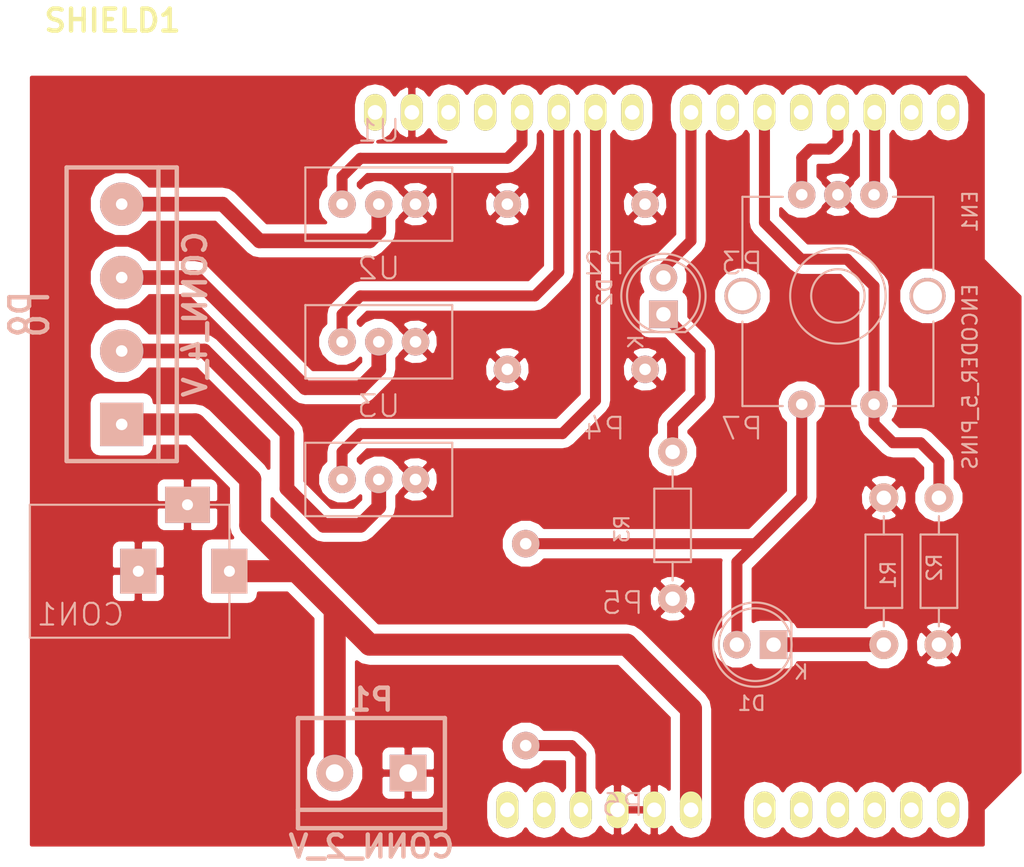
<source format=kicad_pcb>
(kicad_pcb (version 4) (host pcbnew "(2015-07-07 BZR 5906)-product")

  (general
    (links 36)
    (no_connects 1)
    (area 0 0 0 0)
    (thickness 1.6)
    (drawings 0)
    (tracks 76)
    (zones 0)
    (modules 19)
    (nets 32)
  )

  (page A4)
  (layers
    (0 F.Cu signal)
    (31 B.Cu signal)
    (32 B.Adhes user)
    (33 F.Adhes user)
    (34 B.Paste user)
    (35 F.Paste user)
    (36 B.SilkS user)
    (37 F.SilkS user)
    (38 B.Mask user)
    (39 F.Mask user)
    (40 Dwgs.User user)
    (41 Cmts.User user)
    (42 Eco1.User user)
    (43 Eco2.User user)
    (44 Edge.Cuts user)
    (45 Margin user)
    (46 B.CrtYd user)
    (47 F.CrtYd user)
    (48 B.Fab user)
    (49 F.Fab user)
  )

  (setup
    (last_trace_width 0.762)
    (trace_clearance 0.635)
    (zone_clearance 0.508)
    (zone_45_only no)
    (trace_min 0.2)
    (segment_width 0.2)
    (edge_width 0.1)
    (via_size 0.6)
    (via_drill 0.4)
    (via_min_size 0.4)
    (via_min_drill 0.3)
    (uvia_size 0.3)
    (uvia_drill 0.1)
    (uvias_allowed no)
    (uvia_min_size 0)
    (uvia_min_drill 0)
    (pcb_text_width 0.3)
    (pcb_text_size 1.5 1.5)
    (mod_edge_width 0.15)
    (mod_text_size 1 1)
    (mod_text_width 0.15)
    (pad_size 1.9 1.9)
    (pad_drill 0.8)
    (pad_to_mask_clearance 0)
    (aux_axis_origin 0 0)
    (visible_elements FFFFFF3F)
    (pcbplotparams
      (layerselection 0x00030_80000001)
      (usegerberextensions false)
      (excludeedgelayer true)
      (linewidth 0.100000)
      (plotframeref false)
      (viasonmask false)
      (mode 1)
      (useauxorigin false)
      (hpglpennumber 1)
      (hpglpenspeed 20)
      (hpglpendiameter 15)
      (hpglpenoverlay 2)
      (psnegative false)
      (psa4output false)
      (plotreference true)
      (plotvalue true)
      (plotinvisibletext false)
      (padsonsilk false)
      (subtractmaskfromsilk false)
      (outputformat 1)
      (mirror false)
      (drillshape 1)
      (scaleselection 1)
      (outputdirectory ""))
  )

  (net 0 "")
  (net 1 GND)
  (net 2 +12V)
  (net 3 "Net-(EN1-Pad1)")
  (net 4 "Net-(EN1-Pad3)")
  (net 5 VCC)
  (net 6 R)
  (net 7 G)
  (net 8 B)
  (net 9 PBtn)
  (net 10 "Net-(SHIELD1-PadAD5)")
  (net 11 "Net-(SHIELD1-PadAD4)")
  (net 12 "Net-(SHIELD1-PadAD3)")
  (net 13 "Net-(SHIELD1-PadAD0)")
  (net 14 "Net-(SHIELD1-PadAD1)")
  (net 15 "Net-(SHIELD1-PadAD2)")
  (net 16 "Net-(SHIELD1-Pad3V3)")
  (net 17 "Net-(SHIELD1-PadRST)")
  (net 18 "Net-(SHIELD1-Pad0)")
  (net 19 "Net-(SHIELD1-Pad1)")
  (net 20 "Net-(SHIELD1-Pad4)")
  (net 21 "Net-(SHIELD1-Pad6)")
  (net 22 "Net-(SHIELD1-Pad8)")
  (net 23 PWM_R)
  (net 24 "Net-(SHIELD1-Pad12)")
  (net 25 "Net-(SHIELD1-Pad13)")
  (net 26 "Net-(SHIELD1-PadAREF)")
  (net 27 PWM_B)
  (net 28 PWM_G)
  (net 29 "Net-(D1-Pad1)")
  (net 30 "Net-(D2-Pad1)")
  (net 31 "Net-(D2-Pad2)")

  (net_class Default "This is the default net class."
    (clearance 0.635)
    (trace_width 0.762)
    (via_dia 0.6)
    (via_drill 0.4)
    (uvia_dia 0.3)
    (uvia_drill 0.1)
    (add_net "Net-(D2-Pad1)")
    (add_net "Net-(D2-Pad2)")
    (add_net "Net-(EN1-Pad1)")
    (add_net "Net-(EN1-Pad3)")
    (add_net "Net-(SHIELD1-Pad0)")
    (add_net "Net-(SHIELD1-Pad1)")
    (add_net "Net-(SHIELD1-Pad12)")
    (add_net "Net-(SHIELD1-Pad13)")
    (add_net "Net-(SHIELD1-Pad3V3)")
    (add_net "Net-(SHIELD1-Pad4)")
    (add_net "Net-(SHIELD1-Pad6)")
    (add_net "Net-(SHIELD1-Pad8)")
    (add_net "Net-(SHIELD1-PadAD0)")
    (add_net "Net-(SHIELD1-PadAD1)")
    (add_net "Net-(SHIELD1-PadAD2)")
    (add_net "Net-(SHIELD1-PadAD3)")
    (add_net "Net-(SHIELD1-PadAD4)")
    (add_net "Net-(SHIELD1-PadAD5)")
    (add_net "Net-(SHIELD1-PadAREF)")
    (add_net "Net-(SHIELD1-PadRST)")
    (add_net PBtn)
    (add_net PWM_B)
    (add_net PWM_G)
    (add_net PWM_R)
    (add_net VCC)
  )

  (net_class 12 ""
    (clearance 0.635)
    (trace_width 1.524)
    (via_dia 0.6)
    (via_drill 0.4)
    (uvia_dia 0.3)
    (uvia_drill 0.1)
    (add_net +12V)
  )

  (net_class Power ""
    (clearance 0.635)
    (trace_width 1.016)
    (via_dia 0.6)
    (via_drill 0.4)
    (uvia_dia 0.3)
    (uvia_drill 0.1)
    (add_net B)
    (add_net G)
    (add_net GND)
    (add_net "Net-(D1-Pad1)")
    (add_net R)
  )

  (module IRF3205 (layer B.Cu) (tedit 55CC6668) (tstamp 55CC61A6)
    (at 93.98 59.69)
    (path /55CB92F6)
    (fp_text reference U1 (at 2.54 -5.08) (layer B.SilkS)
      (effects (font (size 1.5 1.5) (thickness 0.15)) (justify mirror))
    )
    (fp_text value MosfetIRF (at 2.54 5.08) (layer B.Fab)
      (effects (font (size 1.5 1.5) (thickness 0.15)) (justify mirror))
    )
    (fp_line (start 7.62 -2.54) (end 7.62 2.54) (layer B.SilkS) (width 0.15))
    (fp_line (start 7.62 2.54) (end -2.54 2.54) (layer B.SilkS) (width 0.15))
    (fp_line (start -2.54 2.54) (end -2.54 -2.54) (layer B.SilkS) (width 0.15))
    (fp_line (start -2.54 -2.54) (end 0 -2.54) (layer B.SilkS) (width 0.15))
    (fp_line (start 0 -2.54) (end 7.62 -2.54) (layer B.SilkS) (width 0.15))
    (pad 1 thru_hole circle (at 0 0) (size 1.9 1.9) (drill 0.8) (layers *.Cu *.Mask B.SilkS)
      (net 23 PWM_R))
    (pad 2 thru_hole circle (at 2.54 0) (size 1.9 1.9) (drill 0.8) (layers *.Cu *.Mask B.SilkS)
      (net 6 R))
    (pad 3 thru_hole circle (at 5.08 0) (size 1.9 1.9) (drill 0.8) (layers *.Cu *.Mask B.SilkS)
      (net 1 GND))
  )

  (module library:ENCODER_5_PINS (layer B.Cu) (tedit 55D33638) (tstamp 55CC60F1)
    (at 128.27 66.04 270)
    (path /55CB78CE)
    (fp_text reference EN1 (at -5.842 -9.144 270) (layer B.SilkS)
      (effects (font (size 1 1) (thickness 0.15)) (justify mirror))
    )
    (fp_text value ENCODER_5_PINS (at 5.588 -9.144 270) (layer B.SilkS)
      (effects (font (size 1 1) (thickness 0.15)) (justify mirror))
    )
    (fp_line (start 7.62 6.604) (end 7.62 3.81) (layer B.SilkS) (width 0.15))
    (fp_line (start 7.62 -1.27) (end 7.62 1.27) (layer B.SilkS) (width 0.15))
    (fp_line (start 7.62 -3.81) (end 7.62 -6.604) (layer B.SilkS) (width 0.15))
    (fp_line (start -6.858 -6.604) (end -1.778 -6.604) (layer B.SilkS) (width 0.15))
    (fp_line (start -6.858 -3.81) (end -6.858 -6.604) (layer B.SilkS) (width 0.15))
    (fp_line (start -6.858 6.604) (end -6.858 3.81) (layer B.SilkS) (width 0.15))
    (fp_circle (center 0 0) (end -0.508 1.778) (layer B.SilkS) (width 0.15))
    (fp_circle (center 0 0) (end -1.27 3.048) (layer B.SilkS) (width 0.15))
    (fp_line (start 7.62 -6.604) (end 1.778 -6.604) (layer B.SilkS) (width 0.15))
    (fp_line (start 1.778 6.604) (end 7.62 6.604) (layer B.SilkS) (width 0.15))
    (fp_line (start -6.858 6.604) (end -1.778 6.604) (layer B.SilkS) (width 0.15))
    (pad 1 thru_hole circle (at -7 2.5 270) (size 1.9 1.9) (drill 0.8) (layers *.Cu *.Mask B.SilkS)
      (net 3 "Net-(EN1-Pad1)"))
    (pad 2 thru_hole circle (at -7 0 270) (size 1.9 1.9) (drill 0.8) (layers *.Cu *.Mask B.SilkS)
      (net 1 GND))
    (pad 3 thru_hole circle (at -7 -2.5 270) (size 1.9 1.9) (drill 0.8) (layers *.Cu *.Mask B.SilkS)
      (net 4 "Net-(EN1-Pad3)"))
    (pad 4 thru_hole circle (at 7.5 2.5 270) (size 1.9 1.9) (drill 0.8) (layers *.Cu *.Mask B.SilkS)
      (net 5 VCC))
    (pad 5 thru_hole circle (at 7.5 -2.5 270) (size 1.9 1.9) (drill 0.8) (layers *.Cu *.Mask B.SilkS)
      (net 9 PBtn))
    (pad "" np_thru_hole circle (at 0 6.6 270) (size 2.5 2.5) (drill 2) (layers *.Cu *.Mask B.SilkS))
    (pad "" np_thru_hole circle (at 0 -6.2 270) (size 2.5 2.5) (drill 2) (layers *.Cu *.Mask B.SilkS))
  )

  (module Resistors_ThroughHole:Resistor_Horizontal_RM10mm (layer B.Cu) (tedit 53F56209) (tstamp 55CC60FE)
    (at 135.255 85.09 270)
    (descr "Resistor, Axial,  RM 10mm, 1/3W,")
    (tags "Resistor, Axial, RM 10mm, 1/3W,")
    (path /55CB81A3)
    (fp_text reference R1 (at 0.24892 3.50012 270) (layer B.SilkS)
      (effects (font (size 1 1) (thickness 0.15)) (justify mirror))
    )
    (fp_text value 10K (at 3.81 -3.81 270) (layer B.Fab)
      (effects (font (size 1 1) (thickness 0.15)) (justify mirror))
    )
    (fp_line (start -2.54 1.27) (end 2.54 1.27) (layer B.SilkS) (width 0.15))
    (fp_line (start 2.54 1.27) (end 2.54 -1.27) (layer B.SilkS) (width 0.15))
    (fp_line (start 2.54 -1.27) (end -2.54 -1.27) (layer B.SilkS) (width 0.15))
    (fp_line (start -2.54 -1.27) (end -2.54 1.27) (layer B.SilkS) (width 0.15))
    (fp_line (start -2.54 0) (end -3.81 0) (layer B.SilkS) (width 0.15))
    (fp_line (start 2.54 0) (end 3.81 0) (layer B.SilkS) (width 0.15))
    (pad 1 thru_hole circle (at -5.08 0 270) (size 1.99898 1.99898) (drill 1.00076) (layers *.Cu *.SilkS *.Mask)
      (net 9 PBtn))
    (pad 2 thru_hole circle (at 5.08 0 270) (size 1.99898 1.99898) (drill 1.00076) (layers *.Cu *.SilkS *.Mask)
      (net 1 GND))
    (model Resistors_ThroughHole.3dshapes/Resistor_Horizontal_RM10mm.wrl
      (at (xyz 0 0 0))
      (scale (xyz 0.4 0.4 0.4))
      (rotate (xyz 0 0 0))
    )
  )

  (module library:BARREL_JACK (layer B.Cu) (tedit 55CC60A8) (tstamp 55CC6199)
    (at 72.39 85.09)
    (path /55CBA35B)
    (fp_text reference CON1 (at 3.5 3) (layer B.SilkS)
      (effects (font (size 1.5 1.5) (thickness 0.15)) (justify mirror))
    )
    (fp_text value BARREL_JACK (at 6.8 6.1) (layer B.Fab)
      (effects (font (size 1.5 1.5) (thickness 0.15)) (justify mirror))
    )
    (fp_line (start 0 0) (end 0 -4.6) (layer B.SilkS) (width 0.15))
    (fp_line (start 0 -4.6) (end 13.8 -4.6) (layer B.SilkS) (width 0.15))
    (fp_line (start 13.8 -4.6) (end 13.8 0) (layer B.SilkS) (width 0.15))
    (fp_line (start 13.8 0) (end 13.8 4.6) (layer B.SilkS) (width 0.15))
    (fp_line (start 13.8 4.6) (end 0 4.6) (layer B.SilkS) (width 0.15))
    (fp_line (start 0 4.6) (end 0 0) (layer B.SilkS) (width 0.15))
    (pad 2 thru_hole rect (at 7.5 0) (size 2.5 3.1) (drill 0.762) (layers *.Cu *.Mask B.SilkS)
      (net 1 GND))
    (pad 3 thru_hole rect (at 10.9 -4.6) (size 3.1 2.5) (drill 0.762) (layers *.Cu *.Mask B.SilkS)
      (net 1 GND))
    (pad 1 thru_hole rect (at 13.8 0) (size 2.5 3.1) (drill 0.762) (layers *.Cu *.Mask B.SilkS)
      (net 2 +12V))
  )

  (module borniers:bornier2_V (layer B.Cu) (tedit 49E32BBC) (tstamp 55CC619F)
    (at 96.012 99.06 180)
    (descr "Bornier d'alimentation 2 pins")
    (tags DEV)
    (path /55CC5E0B)
    (fp_text reference P1 (at 0 5.08 180) (layer B.SilkS)
      (effects (font (thickness 0.3048)) (justify mirror))
    )
    (fp_text value CONN_2_V (at 0 -5.08 180) (layer B.SilkS)
      (effects (font (thickness 0.3048)) (justify mirror))
    )
    (fp_line (start 5.08 -2.54) (end -5.08 -2.54) (layer B.SilkS) (width 0.3048))
    (fp_line (start 5.08 -3.81) (end 5.08 3.81) (layer B.SilkS) (width 0.3048))
    (fp_line (start 5.08 3.81) (end -5.08 3.81) (layer B.SilkS) (width 0.3048))
    (fp_line (start -5.08 3.81) (end -5.08 -3.81) (layer B.SilkS) (width 0.3048))
    (fp_line (start -5.08 -3.81) (end 5.08 -3.81) (layer B.SilkS) (width 0.3048))
    (pad 1 thru_hole rect (at -2.54 0 180) (size 2.54 2.54) (drill 1.22428) (layers *.Cu *.Mask B.SilkS)
      (net 1 GND))
    (pad 2 thru_hole circle (at 2.54 0 180) (size 2.54 2.54) (drill 1.22428) (layers *.Cu *.Mask B.SilkS)
      (net 2 +12V))
    (model borniers/bornier_2.wrl
      (at (xyz 0 0 0))
      (scale (xyz 1 1 1))
      (rotate (xyz 0 0 0))
    )
  )

  (module library:IRF3205 (layer B.Cu) (tedit 55CC66D9) (tstamp 55CC66CB)
    (at 93.98 69.215)
    (path /55CBA0A7)
    (fp_text reference U2 (at 2.54 -5.08) (layer B.SilkS)
      (effects (font (size 1.5 1.5) (thickness 0.15)) (justify mirror))
    )
    (fp_text value MosfetIRF (at 2.54 5.08) (layer B.Fab)
      (effects (font (size 1.5 1.5) (thickness 0.15)) (justify mirror))
    )
    (fp_line (start 7.62 -2.54) (end 7.62 2.54) (layer B.SilkS) (width 0.15))
    (fp_line (start 7.62 2.54) (end -2.54 2.54) (layer B.SilkS) (width 0.15))
    (fp_line (start -2.54 2.54) (end -2.54 -2.54) (layer B.SilkS) (width 0.15))
    (fp_line (start -2.54 -2.54) (end 0 -2.54) (layer B.SilkS) (width 0.15))
    (fp_line (start 0 -2.54) (end 7.62 -2.54) (layer B.SilkS) (width 0.15))
    (pad 1 thru_hole circle (at 0 0) (size 1.9 1.9) (drill 0.8) (layers *.Cu *.Mask B.SilkS)
      (net 28 PWM_G))
    (pad 2 thru_hole circle (at 2.54 0) (size 1.9 1.9) (drill 0.8) (layers *.Cu *.Mask B.SilkS)
      (net 7 G))
    (pad 3 thru_hole circle (at 5.08 0) (size 1.9 1.9) (drill 0.8) (layers *.Cu *.Mask B.SilkS)
      (net 1 GND))
  )

  (module library:IRF3205 (layer B.Cu) (tedit 55CC6668) (tstamp 55CC66D2)
    (at 93.98 78.74)
    (path /55CBA176)
    (fp_text reference U3 (at 2.54 -5.08) (layer B.SilkS)
      (effects (font (size 1.5 1.5) (thickness 0.15)) (justify mirror))
    )
    (fp_text value MosfetIRF (at 2.54 5.08) (layer B.Fab)
      (effects (font (size 1.5 1.5) (thickness 0.15)) (justify mirror))
    )
    (fp_line (start 7.62 -2.54) (end 7.62 2.54) (layer B.SilkS) (width 0.15))
    (fp_line (start 7.62 2.54) (end -2.54 2.54) (layer B.SilkS) (width 0.15))
    (fp_line (start -2.54 2.54) (end -2.54 -2.54) (layer B.SilkS) (width 0.15))
    (fp_line (start -2.54 -2.54) (end 0 -2.54) (layer B.SilkS) (width 0.15))
    (fp_line (start 0 -2.54) (end 7.62 -2.54) (layer B.SilkS) (width 0.15))
    (pad 1 thru_hole circle (at 0 0) (size 1.9 1.9) (drill 0.8) (layers *.Cu *.Mask B.SilkS)
      (net 27 PWM_B))
    (pad 2 thru_hole circle (at 2.54 0) (size 1.9 1.9) (drill 0.8) (layers *.Cu *.Mask B.SilkS)
      (net 8 B))
    (pad 3 thru_hole circle (at 5.08 0) (size 1.9 1.9) (drill 0.8) (layers *.Cu *.Mask B.SilkS)
      (net 1 GND))
  )

  (module library:header1x01 (layer B.Cu) (tedit 55CC6CFB) (tstamp 55CC6DD1)
    (at 105.41 59.69)
    (path /55CC9690)
    (fp_text reference P2 (at 6.7 4.1) (layer B.SilkS)
      (effects (font (size 1.5 1.5) (thickness 0.15)) (justify mirror))
    )
    (fp_text value CONN_01X01 (at 0 4.1) (layer B.Fab)
      (effects (font (size 1.5 1.5) (thickness 0.15)) (justify mirror))
    )
    (pad 1 thru_hole circle (at 0 0) (size 1.9 1.9) (drill 0.8) (layers *.Cu *.Mask B.SilkS)
      (net 1 GND))
  )

  (module library:header1x01 (layer B.Cu) (tedit 55CC6CFB) (tstamp 55CC6DD6)
    (at 114.935 59.69)
    (path /55CC9A94)
    (fp_text reference P3 (at 6.7 4.1) (layer B.SilkS)
      (effects (font (size 1.5 1.5) (thickness 0.15)) (justify mirror))
    )
    (fp_text value CONN_01X01 (at 0 4.1) (layer B.Fab)
      (effects (font (size 1.5 1.5) (thickness 0.15)) (justify mirror))
    )
    (pad 1 thru_hole circle (at 0 0) (size 1.9 1.9) (drill 0.8) (layers *.Cu *.Mask B.SilkS)
      (net 1 GND))
  )

  (module library:header1x01 (layer B.Cu) (tedit 55CC6CFB) (tstamp 55CC6DDB)
    (at 105.41 71.12)
    (path /55CC9A8E)
    (fp_text reference P4 (at 6.7 4.1) (layer B.SilkS)
      (effects (font (size 1.5 1.5) (thickness 0.15)) (justify mirror))
    )
    (fp_text value CONN_01X01 (at 0 4.1) (layer B.Fab)
      (effects (font (size 1.5 1.5) (thickness 0.15)) (justify mirror))
    )
    (pad 1 thru_hole circle (at 0 0) (size 1.9 1.9) (drill 0.8) (layers *.Cu *.Mask B.SilkS)
      (net 1 GND))
  )

  (module library:header1x01 (layer B.Cu) (tedit 55CC6CFB) (tstamp 55CC6DE0)
    (at 106.68 83.185)
    (path /55CC9B24)
    (fp_text reference P5 (at 6.7 4.1) (layer B.SilkS)
      (effects (font (size 1.5 1.5) (thickness 0.15)) (justify mirror))
    )
    (fp_text value CONN_01X01 (at 0 4.1) (layer B.Fab)
      (effects (font (size 1.5 1.5) (thickness 0.15)) (justify mirror))
    )
    (pad 1 thru_hole circle (at 0 0) (size 1.9 1.9) (drill 0.8) (layers *.Cu *.Mask B.SilkS)
      (net 5 VCC))
  )

  (module library:header1x01 (layer B.Cu) (tedit 55CC6CFB) (tstamp 55CC6DE5)
    (at 106.68 97.155)
    (path /55CC9B1E)
    (fp_text reference P6 (at 6.7 4.1) (layer B.SilkS)
      (effects (font (size 1.5 1.5) (thickness 0.15)) (justify mirror))
    )
    (fp_text value CONN_01X01 (at 0 4.1) (layer B.Fab)
      (effects (font (size 1.5 1.5) (thickness 0.15)) (justify mirror))
    )
    (pad 1 thru_hole circle (at 0 0) (size 1.9 1.9) (drill 0.8) (layers *.Cu *.Mask B.SilkS)
      (net 5 VCC))
  )

  (module library:header1x01 (layer B.Cu) (tedit 55CC6CFB) (tstamp 55CC6DEA)
    (at 114.935 71.12)
    (path /55CC96FF)
    (fp_text reference P7 (at 6.7 4.1) (layer B.SilkS)
      (effects (font (size 1.5 1.5) (thickness 0.15)) (justify mirror))
    )
    (fp_text value CONN_01X01 (at 0 4.1) (layer B.Fab)
      (effects (font (size 1.5 1.5) (thickness 0.15)) (justify mirror))
    )
    (pad 1 thru_hole circle (at 0 0) (size 1.9 1.9) (drill 0.8) (layers *.Cu *.Mask B.SilkS)
      (net 1 GND))
  )

  (module borniers:bornier4_V (layer B.Cu) (tedit 55CC7520) (tstamp 55CC73AA)
    (at 78.74 67.31 270)
    (descr "Bornier d'alimentation 4 pins")
    (tags DEV)
    (path /55CCAB7C)
    (fp_text reference P8 (at 0 6.35 270) (layer B.SilkS)
      (effects (font (size 2.6162 1.59766) (thickness 0.3048)) (justify mirror))
    )
    (fp_text value CONN_4_V (at 0 -5.08 270) (layer B.SilkS)
      (effects (font (thickness 0.3048)) (justify mirror))
    )
    (fp_line (start -10.16 3.81) (end -10.16 -3.81) (layer B.SilkS) (width 0.3048))
    (fp_line (start 10.16 -3.81) (end 10.16 3.81) (layer B.SilkS) (width 0.3048))
    (fp_line (start 10.16 -2.54) (end -10.16 -2.54) (layer B.SilkS) (width 0.3048))
    (fp_line (start -10.16 3.81) (end 10.16 3.81) (layer B.SilkS) (width 0.3048))
    (fp_line (start -10.16 -3.81) (end 10.16 -3.81) (layer B.SilkS) (width 0.3048))
    (pad 2 thru_hole circle (at -2.54 0 270) (size 3 3) (drill 0.8) (layers *.Cu *.Mask B.SilkS)
      (net 7 G))
    (pad 3 thru_hole circle (at 2.54 0 270) (size 3 3) (drill 0.8) (layers *.Cu *.Mask B.SilkS)
      (net 8 B))
    (pad 1 thru_hole circle (at -7.62 0 270) (size 3 3) (drill 0.8) (layers *.Cu *.Mask B.SilkS)
      (net 6 R))
    (pad 4 thru_hole rect (at 7.62 0 270) (size 3 3) (drill 0.8) (layers *.Cu *.Mask B.SilkS)
      (net 2 +12V))
    (model borniers/bornier_4.wrl
      (at (xyz 0 0 0))
      (scale (xyz 1 1 1))
      (rotate (xyz 0 0 0))
    )
  )

  (module LEDs:LED-5MM (layer B.Cu) (tedit 5570F7EA) (tstamp 55CC7721)
    (at 123.825 90.17 180)
    (descr "LED 5mm round vertical")
    (tags "LED 5mm round vertical")
    (path /55CC841D)
    (fp_text reference D1 (at 1.524 -4.064 180) (layer B.SilkS)
      (effects (font (size 1 1) (thickness 0.15)) (justify mirror))
    )
    (fp_text value PWR (at 1.524 3.937 180) (layer B.Fab)
      (effects (font (size 1 1) (thickness 0.15)) (justify mirror))
    )
    (fp_line (start -1.5 1.55) (end -1.5 -1.55) (layer B.CrtYd) (width 0.05))
    (fp_arc (start 1.3 0) (end -1.5 -1.55) (angle 302) (layer B.CrtYd) (width 0.05))
    (fp_arc (start 1.27 0) (end -1.23 1.5) (angle -297.5) (layer B.SilkS) (width 0.15))
    (fp_line (start -1.23 -1.5) (end -1.23 1.5) (layer B.SilkS) (width 0.15))
    (fp_circle (center 1.27 0) (end 0.97 2.5) (layer B.SilkS) (width 0.15))
    (fp_text user K (at -1.905 -1.905 180) (layer B.SilkS)
      (effects (font (size 1 1) (thickness 0.15)) (justify mirror))
    )
    (pad 1 thru_hole rect (at 0 0 90) (size 2 1.9) (drill 1.00076) (layers *.Cu *.Mask B.SilkS)
      (net 29 "Net-(D1-Pad1)"))
    (pad 2 thru_hole circle (at 2.54 0 180) (size 1.9 1.9) (drill 1.00076) (layers *.Cu *.Mask B.SilkS)
      (net 5 VCC))
    (model LEDs.3dshapes/LED-5MM.wrl
      (at (xyz 0.05 0 0))
      (scale (xyz 1 1 1))
      (rotate (xyz 0 0 90))
    )
  )

  (module Resistors_ThroughHole:Resistor_Horizontal_RM10mm (layer B.Cu) (tedit 53F56209) (tstamp 55CC7727)
    (at 131.445 85.09 90)
    (descr "Resistor, Axial,  RM 10mm, 1/3W,")
    (tags "Resistor, Axial, RM 10mm, 1/3W,")
    (path /55CC852C)
    (fp_text reference R2 (at 0.24892 3.50012 90) (layer B.SilkS)
      (effects (font (size 1 1) (thickness 0.15)) (justify mirror))
    )
    (fp_text value 330 (at 3.81 -3.81 90) (layer B.Fab)
      (effects (font (size 1 1) (thickness 0.15)) (justify mirror))
    )
    (fp_line (start -2.54 1.27) (end 2.54 1.27) (layer B.SilkS) (width 0.15))
    (fp_line (start 2.54 1.27) (end 2.54 -1.27) (layer B.SilkS) (width 0.15))
    (fp_line (start 2.54 -1.27) (end -2.54 -1.27) (layer B.SilkS) (width 0.15))
    (fp_line (start -2.54 -1.27) (end -2.54 1.27) (layer B.SilkS) (width 0.15))
    (fp_line (start -2.54 0) (end -3.81 0) (layer B.SilkS) (width 0.15))
    (fp_line (start 2.54 0) (end 3.81 0) (layer B.SilkS) (width 0.15))
    (pad 1 thru_hole circle (at -5.08 0 90) (size 1.99898 1.99898) (drill 1.00076) (layers *.Cu *.SilkS *.Mask)
      (net 29 "Net-(D1-Pad1)"))
    (pad 2 thru_hole circle (at 5.08 0 90) (size 1.99898 1.99898) (drill 1.00076) (layers *.Cu *.SilkS *.Mask)
      (net 1 GND))
    (model Resistors_ThroughHole.3dshapes/Resistor_Horizontal_RM10mm.wrl
      (at (xyz 0 0 0))
      (scale (xyz 0.4 0.4 0.4))
      (rotate (xyz 0 0 0))
    )
  )

  (module LEDs:LED-5MM (layer B.Cu) (tedit 5570F7EA) (tstamp 55D1BF31)
    (at 116.205 67.31 90)
    (descr "LED 5mm round vertical")
    (tags "LED 5mm round vertical")
    (path /55D1C885)
    (fp_text reference D2 (at 1.524 -4.064 90) (layer B.SilkS)
      (effects (font (size 1 1) (thickness 0.15)) (justify mirror))
    )
    (fp_text value Long (at 1.524 3.937 90) (layer B.Fab)
      (effects (font (size 1 1) (thickness 0.15)) (justify mirror))
    )
    (fp_line (start -1.5 1.55) (end -1.5 -1.55) (layer B.CrtYd) (width 0.05))
    (fp_arc (start 1.3 0) (end -1.5 -1.55) (angle 302) (layer B.CrtYd) (width 0.05))
    (fp_arc (start 1.27 0) (end -1.23 1.5) (angle -297.5) (layer B.SilkS) (width 0.15))
    (fp_line (start -1.23 -1.5) (end -1.23 1.5) (layer B.SilkS) (width 0.15))
    (fp_circle (center 1.27 0) (end 0.97 2.5) (layer B.SilkS) (width 0.15))
    (fp_text user K (at -1.905 -1.905 90) (layer B.SilkS)
      (effects (font (size 1 1) (thickness 0.15)) (justify mirror))
    )
    (pad 1 thru_hole rect (at 0 0) (size 2 1.9) (drill 1.00076) (layers *.Cu *.Mask B.SilkS)
      (net 30 "Net-(D2-Pad1)"))
    (pad 2 thru_hole circle (at 2.54 0 90) (size 1.9 1.9) (drill 1.00076) (layers *.Cu *.Mask B.SilkS)
      (net 31 "Net-(D2-Pad2)"))
    (model LEDs.3dshapes/LED-5MM.wrl
      (at (xyz 0.05 0 0))
      (scale (xyz 1 1 1))
      (rotate (xyz 0 0 90))
    )
  )

  (module Resistors_ThroughHole:Resistor_Horizontal_RM10mm (layer B.Cu) (tedit 53F56209) (tstamp 55D1BF37)
    (at 116.84 81.915 270)
    (descr "Resistor, Axial,  RM 10mm, 1/3W,")
    (tags "Resistor, Axial, RM 10mm, 1/3W,")
    (path /55D1C88B)
    (fp_text reference R3 (at 0.24892 3.50012 270) (layer B.SilkS)
      (effects (font (size 1 1) (thickness 0.15)) (justify mirror))
    )
    (fp_text value 330 (at 3.81 -3.81 270) (layer B.Fab)
      (effects (font (size 1 1) (thickness 0.15)) (justify mirror))
    )
    (fp_line (start -2.54 1.27) (end 2.54 1.27) (layer B.SilkS) (width 0.15))
    (fp_line (start 2.54 1.27) (end 2.54 -1.27) (layer B.SilkS) (width 0.15))
    (fp_line (start 2.54 -1.27) (end -2.54 -1.27) (layer B.SilkS) (width 0.15))
    (fp_line (start -2.54 -1.27) (end -2.54 1.27) (layer B.SilkS) (width 0.15))
    (fp_line (start -2.54 0) (end -3.81 0) (layer B.SilkS) (width 0.15))
    (fp_line (start 2.54 0) (end 3.81 0) (layer B.SilkS) (width 0.15))
    (pad 1 thru_hole circle (at -5.08 0 270) (size 1.99898 1.99898) (drill 1.00076) (layers *.Cu *.SilkS *.Mask)
      (net 30 "Net-(D2-Pad1)"))
    (pad 2 thru_hole circle (at 5.08 0 270) (size 1.99898 1.99898) (drill 1.00076) (layers *.Cu *.SilkS *.Mask)
      (net 1 GND))
    (model Resistors_ThroughHole.3dshapes/Resistor_Horizontal_RM10mm.wrl
      (at (xyz 0 0 0))
      (scale (xyz 0.4 0.4 0.4))
      (rotate (xyz 0 0 0))
    )
  )

  (module arduino_shields:ARDUINO_SHIELD_2_040pins (layer F.Cu) (tedit 4E06D846) (tstamp 55D1C05E)
    (at 72.39 104.14)
    (path /55CB5DD9)
    (fp_text reference SHIELD1 (at 5.715 -57.15) (layer F.SilkS)
      (effects (font (thickness 0.3048)))
    )
    (fp_text value ARDUINO_SHIELD (at 10.16 -54.61) (layer F.SilkS) hide
      (effects (font (thickness 0.3048)))
    )
    (fp_line (start 0 -44.45) (end 10.16 -44.45) (layer Dwgs.User) (width 0.381))
    (fp_line (start 10.16 -44.45) (end 10.16 -31.75) (layer Dwgs.User) (width 0.381))
    (fp_line (start 10.16 -31.75) (end 0 -31.75) (layer Dwgs.User) (width 0.381))
    (fp_line (start 12.7 -4.318) (end 0 -4.318) (layer Dwgs.User) (width 0.381))
    (fp_line (start 0 -12.7) (end 12.7 -12.7) (layer Dwgs.User) (width 0.381))
    (fp_line (start 12.7 -12.7) (end 12.7 -4.572) (layer Dwgs.User) (width 0.381))
    (fp_circle (center 13.97 -2.54) (end 16.002 -1.524) (layer Dwgs.User) (width 0.381))
    (fp_circle (center 15.24 -50.8) (end 16.764 -49.276) (layer Dwgs.User) (width 0.381))
    (fp_circle (center 66.04 -7.62) (end 67.31 -6.096) (layer Dwgs.User) (width 0.381))
    (fp_circle (center 66.04 -35.56) (end 67.31 -34.036) (layer Dwgs.User) (width 0.381))
    (fp_line (start 66.04 -40.64) (end 66.04 -52.07) (layer Dwgs.User) (width 0.381))
    (fp_line (start 66.04 -52.07) (end 64.77 -53.34) (layer Dwgs.User) (width 0.381))
    (fp_line (start 64.77 -53.34) (end 0 -53.34) (layer Dwgs.User) (width 0.381))
    (fp_line (start 66.04 0) (end 0 0) (layer Dwgs.User) (width 0.381))
    (fp_line (start 0 0) (end 0 -53.34) (layer Dwgs.User) (width 0.381))
    (fp_line (start 66.04 -40.64) (end 68.58 -38.1) (layer Dwgs.User) (width 0.381))
    (fp_line (start 68.58 -38.1) (end 68.58 -5.08) (layer Dwgs.User) (width 0.381))
    (fp_line (start 68.58 -5.08) (end 66.04 -2.54) (layer Dwgs.User) (width 0.381))
    (fp_line (start 66.04 -2.54) (end 66.04 0) (layer Dwgs.User) (width 0.381))
    (pad AD5 thru_hole oval (at 63.5 -2.54 90) (size 2.54 1.524) (drill 1.016) (layers *.Cu *.Mask F.SilkS)
      (net 10 "Net-(SHIELD1-PadAD5)"))
    (pad AD4 thru_hole oval (at 60.96 -2.54 90) (size 2.54 1.524) (drill 1.016) (layers *.Cu *.Mask F.SilkS)
      (net 11 "Net-(SHIELD1-PadAD4)"))
    (pad AD3 thru_hole oval (at 58.42 -2.54 90) (size 2.54 1.524) (drill 1.016) (layers *.Cu *.Mask F.SilkS)
      (net 12 "Net-(SHIELD1-PadAD3)"))
    (pad AD0 thru_hole oval (at 50.8 -2.54 90) (size 2.54 1.524) (drill 1.016) (layers *.Cu *.Mask F.SilkS)
      (net 13 "Net-(SHIELD1-PadAD0)"))
    (pad AD1 thru_hole oval (at 53.34 -2.54 90) (size 2.54 1.524) (drill 1.016) (layers *.Cu *.Mask F.SilkS)
      (net 14 "Net-(SHIELD1-PadAD1)"))
    (pad AD2 thru_hole oval (at 55.88 -2.54 90) (size 2.54 1.524) (drill 1.016) (layers *.Cu *.Mask F.SilkS)
      (net 15 "Net-(SHIELD1-PadAD2)"))
    (pad V_IN thru_hole oval (at 45.72 -2.54 90) (size 2.54 1.524) (drill 1.016) (layers *.Cu *.Mask F.SilkS)
      (net 2 +12V))
    (pad GND2 thru_hole oval (at 43.18 -2.54 90) (size 2.54 1.524) (drill 1.016) (layers *.Cu *.Mask F.SilkS)
      (net 1 GND))
    (pad GND1 thru_hole oval (at 40.64 -2.54 90) (size 2.54 1.524) (drill 1.016) (layers *.Cu *.Mask F.SilkS)
      (net 1 GND))
    (pad 3V3 thru_hole oval (at 35.56 -2.54 90) (size 2.54 1.524) (drill 1.016) (layers *.Cu *.Mask F.SilkS)
      (net 16 "Net-(SHIELD1-Pad3V3)"))
    (pad RST thru_hole oval (at 33.02 -2.54 90) (size 2.54 1.524) (drill 1.016) (layers *.Cu *.Mask F.SilkS)
      (net 17 "Net-(SHIELD1-PadRST)"))
    (pad 0 thru_hole oval (at 63.5 -50.8 90) (size 2.54 1.524) (drill 1.016) (layers *.Cu *.Mask F.SilkS)
      (net 18 "Net-(SHIELD1-Pad0)"))
    (pad 1 thru_hole oval (at 60.96 -50.8 90) (size 2.54 1.524) (drill 1.016) (layers *.Cu *.Mask F.SilkS)
      (net 19 "Net-(SHIELD1-Pad1)"))
    (pad 2 thru_hole oval (at 58.42 -50.8 90) (size 2.54 1.524) (drill 1.016) (layers *.Cu *.Mask F.SilkS)
      (net 4 "Net-(EN1-Pad3)"))
    (pad 3 thru_hole oval (at 55.88 -50.8 90) (size 2.54 1.524) (drill 1.016) (layers *.Cu *.Mask F.SilkS)
      (net 3 "Net-(EN1-Pad1)"))
    (pad 4 thru_hole oval (at 53.34 -50.8 90) (size 2.54 1.524) (drill 1.016) (layers *.Cu *.Mask F.SilkS)
      (net 20 "Net-(SHIELD1-Pad4)"))
    (pad 5 thru_hole oval (at 50.8 -50.8 90) (size 2.54 1.524) (drill 1.016) (layers *.Cu *.Mask F.SilkS)
      (net 9 PBtn))
    (pad 6 thru_hole oval (at 48.26 -50.8 90) (size 2.54 1.524) (drill 1.016) (layers *.Cu *.Mask F.SilkS)
      (net 21 "Net-(SHIELD1-Pad6)"))
    (pad 7 thru_hole oval (at 45.72 -50.8 90) (size 2.54 1.524) (drill 1.016) (layers *.Cu *.Mask F.SilkS)
      (net 31 "Net-(D2-Pad2)"))
    (pad 8 thru_hole oval (at 41.656 -50.8 90) (size 2.54 1.524) (drill 1.016) (layers *.Cu *.Mask F.SilkS)
      (net 22 "Net-(SHIELD1-Pad8)"))
    (pad 9 thru_hole oval (at 39.116 -50.8 90) (size 2.54 1.524) (drill 1.016) (layers *.Cu *.Mask F.SilkS)
      (net 27 PWM_B))
    (pad 10 thru_hole oval (at 36.576 -50.8 90) (size 2.54 1.524) (drill 1.016) (layers *.Cu *.Mask F.SilkS)
      (net 28 PWM_G))
    (pad 11 thru_hole oval (at 34.036 -50.8 90) (size 2.54 1.524) (drill 1.016) (layers *.Cu *.Mask F.SilkS)
      (net 23 PWM_R))
    (pad 12 thru_hole oval (at 31.496 -50.8 90) (size 2.54 1.524) (drill 1.016) (layers *.Cu *.Mask F.SilkS)
      (net 24 "Net-(SHIELD1-Pad12)"))
    (pad 13 thru_hole oval (at 28.956 -50.8 90) (size 2.54 1.524) (drill 1.016) (layers *.Cu *.Mask F.SilkS)
      (net 25 "Net-(SHIELD1-Pad13)"))
    (pad GND3 thru_hole oval (at 26.416 -50.8 90) (size 2.54 1.524) (drill 1.016) (layers *.Cu *.Mask F.SilkS)
      (net 1 GND))
    (pad AREF thru_hole oval (at 23.876 -50.8 90) (size 2.54 1.524) (drill 1.016) (layers *.Cu *.Mask F.SilkS)
      (net 26 "Net-(SHIELD1-PadAREF)"))
    (pad 5V thru_hole oval (at 38.1 -2.54 90) (size 2.54 1.524) (drill 1.016) (layers *.Cu *.Mask F.SilkS)
      (net 5 VCC))
  )

  (segment (start 118.11 101.6) (end 118.11 94.615) (width 1.524) (layer F.Cu) (net 2) (status 400000))
  (segment (start 95.885 90.17) (end 93.472 87.757) (width 1.524) (layer F.Cu) (net 2) (tstamp 55D34496))
  (segment (start 113.665 90.17) (end 95.885 90.17) (width 1.524) (layer F.Cu) (net 2) (tstamp 55D34491))
  (segment (start 118.11 94.615) (end 113.665 90.17) (width 1.524) (layer F.Cu) (net 2) (tstamp 55D3448D))
  (segment (start 78.74 74.93) (end 83.82 74.93) (width 1.524) (layer F.Cu) (net 2))
  (segment (start 87.63 81.915) (end 90.805 85.09) (width 1.524) (layer F.Cu) (net 2) (tstamp 55D34446))
  (segment (start 87.63 78.74) (end 87.63 81.915) (width 1.524) (layer F.Cu) (net 2) (tstamp 55D34444))
  (segment (start 83.82 74.93) (end 87.63 78.74) (width 1.524) (layer F.Cu) (net 2) (tstamp 55D34443))
  (segment (start 93.472 99.06) (end 93.472 87.757) (width 1.524) (layer F.Cu) (net 2))
  (segment (start 90.805 85.09) (end 86.19 85.09) (width 1.524) (layer F.Cu) (net 2) (tstamp 55D34440))
  (segment (start 93.472 87.757) (end 90.805 85.09) (width 1.524) (layer F.Cu) (net 2) (tstamp 55D3443D))
  (segment (start 128.27 53.34) (end 128.27 55.245) (width 0.762) (layer F.Cu) (net 3))
  (segment (start 125.77 56.475) (end 125.77 59.04) (width 0.762) (layer F.Cu) (net 3) (tstamp 55CC6822))
  (segment (start 126.365 55.88) (end 125.77 56.475) (width 0.762) (layer F.Cu) (net 3) (tstamp 55CC6821))
  (segment (start 127.635 55.88) (end 126.365 55.88) (width 0.762) (layer F.Cu) (net 3) (tstamp 55CC6820))
  (segment (start 128.27 55.245) (end 127.635 55.88) (width 0.762) (layer F.Cu) (net 3) (tstamp 55CC681F))
  (segment (start 130.81 53.34) (end 130.81 59) (width 0.762) (layer F.Cu) (net 4))
  (segment (start 130.81 59) (end 130.77 59.04) (width 0.762) (layer F.Cu) (net 4) (tstamp 55CC6825))
  (segment (start 121.285 90.17) (end 121.285 84.455) (width 0.762) (layer F.Cu) (net 5) (status 400000))
  (segment (start 121.285 84.455) (end 122.555 83.185) (width 0.762) (layer F.Cu) (net 5) (tstamp 55D3449A))
  (segment (start 122.555 83.185) (end 106.68 83.185) (width 0.762) (layer F.Cu) (net 5) (tstamp 55CC6E16))
  (segment (start 125.77 79.97) (end 122.555 83.185) (width 0.762) (layer F.Cu) (net 5) (tstamp 55CC6E14))
  (segment (start 106.68 97.155) (end 109.855 97.155) (width 0.762) (layer F.Cu) (net 5))
  (segment (start 110.49 97.79) (end 110.49 101.6) (width 0.762) (layer F.Cu) (net 5) (tstamp 55CC6E1B))
  (segment (start 109.855 97.155) (end 110.49 97.79) (width 0.762) (layer F.Cu) (net 5) (tstamp 55CC6E1A))
  (segment (start 125.77 73.54) (end 125.77 79.97) (width 0.762) (layer F.Cu) (net 5))
  (segment (start 96.52 59.69) (end 96.52 61.595) (width 1.016) (layer F.Cu) (net 6))
  (segment (start 85.725 59.69) (end 78.74 59.69) (width 1.016) (layer F.Cu) (net 6) (tstamp 55CC7460))
  (segment (start 88.265 62.23) (end 85.725 59.69) (width 1.016) (layer F.Cu) (net 6) (tstamp 55CC745F))
  (segment (start 95.885 62.23) (end 88.265 62.23) (width 1.016) (layer F.Cu) (net 6) (tstamp 55CC745D))
  (segment (start 96.52 61.595) (end 95.885 62.23) (width 1.016) (layer F.Cu) (net 6) (tstamp 55CC745C))
  (segment (start 96.52 69.215) (end 96.52 71.12) (width 1.016) (layer F.Cu) (net 7))
  (segment (start 83.82 64.77) (end 78.74 64.77) (width 1.016) (layer F.Cu) (net 7) (tstamp 55CC746C))
  (segment (start 91.44 72.39) (end 83.82 64.77) (width 1.016) (layer F.Cu) (net 7) (tstamp 55CC746B))
  (segment (start 95.25 72.39) (end 91.44 72.39) (width 1.016) (layer F.Cu) (net 7) (tstamp 55CC746A))
  (segment (start 96.52 71.12) (end 95.25 72.39) (width 1.016) (layer F.Cu) (net 7) (tstamp 55CC7469))
  (segment (start 96.52 78.74) (end 96.52 80.645) (width 1.016) (layer F.Cu) (net 8))
  (segment (start 84.455 69.85) (end 78.74 69.85) (width 1.016) (layer F.Cu) (net 8) (tstamp 55CC747B))
  (segment (start 90.17 75.565) (end 84.455 69.85) (width 1.016) (layer F.Cu) (net 8) (tstamp 55CC7479))
  (segment (start 90.17 79.375) (end 90.17 75.565) (width 1.016) (layer F.Cu) (net 8) (tstamp 55CC7478))
  (segment (start 92.71 81.915) (end 90.17 79.375) (width 1.016) (layer F.Cu) (net 8) (tstamp 55CC7476))
  (segment (start 95.25 81.915) (end 92.71 81.915) (width 1.016) (layer F.Cu) (net 8) (tstamp 55CC7475))
  (segment (start 96.52 80.645) (end 95.25 81.915) (width 1.016) (layer F.Cu) (net 8) (tstamp 55CC7471))
  (segment (start 130.77 73.54) (end 130.77 74.89) (width 0.762) (layer F.Cu) (net 9))
  (segment (start 135.255 77.47) (end 135.255 80.01) (width 0.762) (layer F.Cu) (net 9) (tstamp 55D1C0DA))
  (segment (start 133.985 76.2) (end 135.255 77.47) (width 0.762) (layer F.Cu) (net 9) (tstamp 55D1C0D9))
  (segment (start 132.08 76.2) (end 133.985 76.2) (width 0.762) (layer F.Cu) (net 9) (tstamp 55D1C0D8))
  (segment (start 130.77 74.89) (end 132.08 76.2) (width 0.762) (layer F.Cu) (net 9) (tstamp 55D1C0D7))
  (segment (start 123.19 53.34) (end 123.19 60.96) (width 0.762) (layer F.Cu) (net 9))
  (segment (start 130.77 65.365) (end 130.77 73.54) (width 0.762) (layer F.Cu) (net 9) (tstamp 55D1C084))
  (segment (start 128.905 63.5) (end 130.77 65.365) (width 0.762) (layer F.Cu) (net 9) (tstamp 55D1C083))
  (segment (start 125.73 63.5) (end 128.905 63.5) (width 0.762) (layer F.Cu) (net 9) (tstamp 55D1C082))
  (segment (start 123.19 60.96) (end 125.73 63.5) (width 0.762) (layer F.Cu) (net 9) (tstamp 55D1C081))
  (segment (start 106.426 53.34) (end 106.426 55.499) (width 0.762) (layer F.Cu) (net 23))
  (segment (start 93.98 57.785) (end 93.98 59.69) (width 0.762) (layer F.Cu) (net 23) (tstamp 55CC68A7))
  (segment (start 95.25 56.515) (end 93.98 57.785) (width 0.762) (layer F.Cu) (net 23) (tstamp 55CC68A6))
  (segment (start 105.41 56.515) (end 95.25 56.515) (width 0.762) (layer F.Cu) (net 23) (tstamp 55CC68A5))
  (segment (start 106.426 55.499) (end 105.41 56.515) (width 0.762) (layer F.Cu) (net 23) (tstamp 55CC68A4))
  (segment (start 111.506 53.34) (end 111.506 73.279) (width 0.762) (layer F.Cu) (net 27))
  (segment (start 93.98 76.835) (end 93.98 78.74) (width 0.762) (layer F.Cu) (net 27) (tstamp 55CC6AC3))
  (segment (start 95.25 75.565) (end 93.98 76.835) (width 0.762) (layer F.Cu) (net 27) (tstamp 55CC6AC2))
  (segment (start 109.22 75.565) (end 95.25 75.565) (width 0.762) (layer F.Cu) (net 27) (tstamp 55CC6AC1))
  (segment (start 111.506 73.279) (end 109.22 75.565) (width 0.762) (layer F.Cu) (net 27) (tstamp 55CC6AC0))
  (segment (start 93.98 69.215) (end 93.98 67.31) (width 0.762) (layer F.Cu) (net 28))
  (segment (start 108.966 64.389) (end 108.966 53.34) (width 0.762) (layer F.Cu) (net 28) (tstamp 55CC6A8B))
  (segment (start 107.315 66.04) (end 108.966 64.389) (width 0.762) (layer F.Cu) (net 28) (tstamp 55CC6A88))
  (segment (start 95.25 66.04) (end 107.315 66.04) (width 0.762) (layer F.Cu) (net 28) (tstamp 55CC6A86))
  (segment (start 93.98 67.31) (end 95.25 66.04) (width 0.762) (layer F.Cu) (net 28) (tstamp 55CC6A85))
  (segment (start 123.825 90.17) (end 131.445 90.17) (width 1.016) (layer F.Cu) (net 29))
  (segment (start 116.205 67.31) (end 118.745 69.85) (width 0.762) (layer F.Cu) (net 30))
  (segment (start 116.84 74.93) (end 116.84 76.835) (width 0.762) (layer F.Cu) (net 30) (tstamp 55D1C0C7))
  (segment (start 118.745 73.025) (end 116.84 74.93) (width 0.762) (layer F.Cu) (net 30) (tstamp 55D1C0C6))
  (segment (start 118.745 69.85) (end 118.745 73.025) (width 0.762) (layer F.Cu) (net 30) (tstamp 55D1C0C5))
  (segment (start 118.11 53.34) (end 118.11 62.23) (width 0.762) (layer F.Cu) (net 31))
  (segment (start 118.11 62.23) (end 116.205 64.135) (width 0.762) (layer F.Cu) (net 31) (tstamp 55D1C0BA))
  (segment (start 116.205 64.135) (end 116.205 64.77) (width 0.762) (layer F.Cu) (net 31) (tstamp 55D1C0BB))

  (zone (net 1) (net_name GND) (layer F.Cu) (tstamp 55CC6A04) (hatch edge 0.508)
    (connect_pads (clearance 0.508))
    (min_thickness 0.254)
    (fill yes (arc_segments 16) (thermal_gap 0.508) (thermal_bridge_width 0.508))
    (polygon
      (pts
        (xy 140.97 99.06) (xy 138.43 101.6) (xy 138.43 104.14) (xy 72.39 104.14) (xy 72.39 50.8)
        (xy 137.16 50.8) (xy 138.43 52.07) (xy 138.43 63.5) (xy 140.97 66.04)
      )
    )
    (filled_polygon
      (pts
        (xy 138.303 52.122605) (xy 138.303 63.499994) (xy 138.302999 63.5) (xy 138.312667 63.548601) (xy 138.340197 63.589803)
        (xy 140.843 66.092605) (xy 140.843 99.007394) (xy 138.340197 101.510197) (xy 138.312667 101.551399) (xy 138.302999 101.6)
        (xy 138.303 101.600005) (xy 138.303 104.013) (xy 72.517 104.013) (xy 72.517 85.37575) (xy 78.005 85.37575)
        (xy 78.005 86.76631) (xy 78.101673 86.999699) (xy 78.280302 87.178327) (xy 78.513691 87.275) (xy 79.60425 87.275)
        (xy 79.763 87.11625) (xy 79.763 85.217) (xy 80.017 85.217) (xy 80.017 87.11625) (xy 80.17575 87.275)
        (xy 81.266309 87.275) (xy 81.499698 87.178327) (xy 81.678327 86.999699) (xy 81.775 86.76631) (xy 81.775 85.37575)
        (xy 81.61625 85.217) (xy 80.017 85.217) (xy 79.763 85.217) (xy 79.763 85.217) (xy 78.16375 85.217)
        (xy 78.005 85.37575) (xy 72.517 85.37575) (xy 72.517 83.41369) (xy 78.005 83.41369) (xy 78.005 84.80425)
        (xy 78.16375 84.963) (xy 79.763 84.963) (xy 79.763 83.06375) (xy 80.017 83.06375) (xy 80.017 84.963)
        (xy 81.61625 84.963) (xy 81.775 84.80425) (xy 81.775 83.41369) (xy 81.678327 83.180301) (xy 81.499698 83.001673)
        (xy 81.266309 82.905) (xy 80.17575 82.905) (xy 80.017 83.06375) (xy 79.763 83.06375) (xy 79.763 83.06375)
        (xy 79.60425 82.905) (xy 78.513691 82.905) (xy 78.280302 83.001673) (xy 78.101673 83.180301) (xy 78.005 83.41369)
        (xy 72.517 83.41369) (xy 72.517 80.77575) (xy 81.105 80.77575) (xy 81.105 81.86631) (xy 81.201673 82.099699)
        (xy 81.380302 82.278327) (xy 81.613691 82.375) (xy 83.00425 82.375) (xy 83.163 82.21625) (xy 83.163 80.617)
        (xy 83.417 80.617) (xy 83.417 82.21625) (xy 83.57575 82.375) (xy 84.966309 82.375) (xy 85.199698 82.278327)
        (xy 85.378327 82.099699) (xy 85.475 81.86631) (xy 85.475 80.77575) (xy 85.31625 80.617) (xy 83.417 80.617)
        (xy 83.163 80.617) (xy 83.163 80.617) (xy 81.26375 80.617) (xy 81.105 80.77575) (xy 72.517 80.77575)
        (xy 72.517 79.11369) (xy 81.105 79.11369) (xy 81.105 80.20425) (xy 81.26375 80.363) (xy 83.163 80.363)
        (xy 83.163 78.76375) (xy 83.417 78.76375) (xy 83.417 80.363) (xy 85.31625 80.363) (xy 85.475 80.20425)
        (xy 85.475 79.11369) (xy 85.378327 78.880301) (xy 85.199698 78.701673) (xy 84.966309 78.605) (xy 83.57575 78.605)
        (xy 83.417 78.76375) (xy 83.163 78.76375) (xy 83.163 78.76375) (xy 83.00425 78.605) (xy 81.613691 78.605)
        (xy 81.380302 78.701673) (xy 81.201673 78.880301) (xy 81.105 79.11369) (xy 72.517 79.11369) (xy 72.517 73.43)
        (xy 76.463072 73.43) (xy 76.463072 76.43) (xy 76.519445 76.720548) (xy 76.687192 76.975913) (xy 76.940432 77.146852)
        (xy 77.24 77.206928) (xy 80.24 77.206928) (xy 80.530548 77.150555) (xy 80.785913 76.982808) (xy 80.956852 76.729568)
        (xy 81.012115 76.454) (xy 83.188738 76.454) (xy 86.106 79.371262) (xy 86.106 81.915) (xy 86.222008 82.49821)
        (xy 86.398983 82.763072) (xy 84.94 82.763072) (xy 84.649452 82.819445) (xy 84.394087 82.987192) (xy 84.223148 83.240432)
        (xy 84.163072 83.54) (xy 84.163072 86.64) (xy 84.219445 86.930548) (xy 84.387192 87.185913) (xy 84.640432 87.356852)
        (xy 84.94 87.416928) (xy 87.44 87.416928) (xy 87.730548 87.360555) (xy 87.985913 87.192808) (xy 88.156852 86.939568)
        (xy 88.216928 86.64) (xy 88.216928 86.614) (xy 90.173738 86.614) (xy 91.948 88.388261) (xy 91.948 97.710165)
        (xy 91.750359 97.907462) (xy 91.440354 98.654037) (xy 91.439648 99.462416) (xy 91.74835 100.209532) (xy 92.319462 100.781641)
        (xy 93.066037 101.091646) (xy 93.874416 101.092352) (xy 93.971613 101.052191) (xy 103.886 101.052191) (xy 103.886 102.147809)
        (xy 104.002008 102.731019) (xy 104.332369 103.22544) (xy 104.82679 103.555801) (xy 105.41 103.671809) (xy 105.99321 103.555801)
        (xy 106.487631 103.22544) (xy 106.68 102.937539) (xy 106.872369 103.22544) (xy 107.36679 103.555801) (xy 107.95 103.671809)
        (xy 108.53321 103.555801) (xy 109.027631 103.22544) (xy 109.22 102.937539) (xy 109.412369 103.22544) (xy 109.90679 103.555801)
        (xy 110.49 103.671809) (xy 111.07321 103.555801) (xy 111.567631 103.22544) (xy 111.837606 102.821394) (xy 112.131974 103.18563)
        (xy 112.612723 103.44726) (xy 112.68693 103.46222) (xy 112.903 103.33972) (xy 112.903 101.727) (xy 113.157 101.727)
        (xy 113.157 103.33972) (xy 113.37307 103.46222) (xy 113.447277 103.44726) (xy 113.928026 103.18563) (xy 114.272059 102.759941)
        (xy 114.3 102.665277) (xy 114.327941 102.759941) (xy 114.671974 103.18563) (xy 115.152723 103.44726) (xy 115.22693 103.46222)
        (xy 115.443 103.33972) (xy 115.443 101.727) (xy 113.157 101.727) (xy 112.903 101.727) (xy 112.903 101.727)
        (xy 112.883 101.727) (xy 112.883 101.473) (xy 112.903 101.473) (xy 112.903 99.86028) (xy 113.157 99.86028)
        (xy 113.157 101.473) (xy 115.443 101.473) (xy 115.443 99.86028) (xy 115.22693 99.73778) (xy 115.152723 99.75274)
        (xy 114.671974 100.01437) (xy 114.327941 100.440059) (xy 114.3 100.534723) (xy 114.272059 100.440059) (xy 113.928026 100.01437)
        (xy 113.447277 99.75274) (xy 113.37307 99.73778) (xy 113.157 99.86028) (xy 112.903 99.86028) (xy 112.903 99.86028)
        (xy 112.68693 99.73778) (xy 112.612723 99.75274) (xy 112.131974 100.01437) (xy 111.837606 100.378606) (xy 111.633 100.072392)
        (xy 111.633 97.79) (xy 111.545994 97.352593) (xy 111.298223 96.981777) (xy 110.663223 96.346777) (xy 110.292407 96.099006)
        (xy 109.855 96.012) (xy 107.958016 96.012) (xy 107.651036 95.704483) (xy 107.022032 95.443298) (xy 106.340956 95.442704)
        (xy 105.711497 95.702791) (xy 105.229483 96.183964) (xy 104.968298 96.812968) (xy 104.967704 97.494044) (xy 105.227791 98.123503)
        (xy 105.708964 98.605517) (xy 106.337968 98.866702) (xy 107.019044 98.867296) (xy 107.648503 98.607209) (xy 107.958252 98.298)
        (xy 109.347 98.298) (xy 109.347 100.072392) (xy 109.22 100.262461) (xy 109.027631 99.97456) (xy 108.53321 99.644199)
        (xy 107.95 99.528191) (xy 107.36679 99.644199) (xy 106.872369 99.97456) (xy 106.68 100.262461) (xy 106.487631 99.97456)
        (xy 105.99321 99.644199) (xy 105.41 99.528191) (xy 104.82679 99.644199) (xy 104.332369 99.97456) (xy 104.002008 100.468981)
        (xy 103.886 101.052191) (xy 93.971613 101.052191) (xy 94.621532 100.78365) (xy 95.193641 100.212538) (xy 95.503646 99.465963)
        (xy 95.50375 99.34575) (xy 96.647 99.34575) (xy 96.647 100.45631) (xy 96.743673 100.689699) (xy 96.922302 100.868327)
        (xy 97.155691 100.965) (xy 98.26625 100.965) (xy 98.425 100.80625) (xy 98.425 99.187) (xy 98.679 99.187)
        (xy 98.679 100.80625) (xy 98.83775 100.965) (xy 99.948309 100.965) (xy 100.181698 100.868327) (xy 100.360327 100.689699)
        (xy 100.457 100.45631) (xy 100.457 99.34575) (xy 100.29825 99.187) (xy 98.679 99.187) (xy 98.425 99.187)
        (xy 98.425 99.187) (xy 96.80575 99.187) (xy 96.647 99.34575) (xy 95.50375 99.34575) (xy 95.504352 98.657584)
        (xy 95.19565 97.910468) (xy 94.996 97.710469) (xy 94.996 97.66369) (xy 96.647 97.66369) (xy 96.647 98.77425)
        (xy 96.80575 98.933) (xy 98.425 98.933) (xy 98.425 97.31375) (xy 98.679 97.31375) (xy 98.679 98.933)
        (xy 100.29825 98.933) (xy 100.457 98.77425) (xy 100.457 97.66369) (xy 100.360327 97.430301) (xy 100.181698 97.251673)
        (xy 99.948309 97.155) (xy 98.83775 97.155) (xy 98.679 97.31375) (xy 98.425 97.31375) (xy 98.425 97.31375)
        (xy 98.26625 97.155) (xy 97.155691 97.155) (xy 96.922302 97.251673) (xy 96.743673 97.430301) (xy 96.647 97.66369)
        (xy 94.996 97.66369) (xy 94.996 91.37367) (xy 95.30179 91.577992) (xy 95.885 91.694) (xy 113.033738 91.694)
        (xy 116.586 95.246262) (xy 116.586 100.160345) (xy 116.468026 100.01437) (xy 115.987277 99.75274) (xy 115.91307 99.73778)
        (xy 115.697 99.86028) (xy 115.697 101.473) (xy 115.717 101.473) (xy 115.717 101.727) (xy 115.697 101.727)
        (xy 115.697 103.33972) (xy 115.91307 103.46222) (xy 115.987277 103.44726) (xy 116.468026 103.18563) (xy 116.762394 102.821394)
        (xy 117.032369 103.22544) (xy 117.52679 103.555801) (xy 118.11 103.671809) (xy 118.69321 103.555801) (xy 119.187631 103.22544)
        (xy 119.517992 102.731019) (xy 119.634 102.147809) (xy 119.634 101.052191) (xy 121.666 101.052191) (xy 121.666 102.147809)
        (xy 121.782008 102.731019) (xy 122.112369 103.22544) (xy 122.60679 103.555801) (xy 123.19 103.671809) (xy 123.77321 103.555801)
        (xy 124.267631 103.22544) (xy 124.46 102.937539) (xy 124.652369 103.22544) (xy 125.14679 103.555801) (xy 125.73 103.671809)
        (xy 126.31321 103.555801) (xy 126.807631 103.22544) (xy 127 102.937539) (xy 127.192369 103.22544) (xy 127.68679 103.555801)
        (xy 128.27 103.671809) (xy 128.85321 103.555801) (xy 129.347631 103.22544) (xy 129.54 102.937539) (xy 129.732369 103.22544)
        (xy 130.22679 103.555801) (xy 130.81 103.671809) (xy 131.39321 103.555801) (xy 131.887631 103.22544) (xy 132.08 102.937539)
        (xy 132.272369 103.22544) (xy 132.76679 103.555801) (xy 133.35 103.671809) (xy 133.93321 103.555801) (xy 134.427631 103.22544)
        (xy 134.62 102.937539) (xy 134.812369 103.22544) (xy 135.30679 103.555801) (xy 135.89 103.671809) (xy 136.47321 103.555801)
        (xy 136.967631 103.22544) (xy 137.297992 102.731019) (xy 137.414 102.147809) (xy 137.414 101.052191) (xy 137.297992 100.468981)
        (xy 136.967631 99.97456) (xy 136.47321 99.644199) (xy 135.89 99.528191) (xy 135.30679 99.644199) (xy 134.812369 99.97456)
        (xy 134.62 100.262461) (xy 134.427631 99.97456) (xy 133.93321 99.644199) (xy 133.35 99.528191) (xy 132.76679 99.644199)
        (xy 132.272369 99.97456) (xy 132.08 100.262461) (xy 131.887631 99.97456) (xy 131.39321 99.644199) (xy 130.81 99.528191)
        (xy 130.22679 99.644199) (xy 129.732369 99.97456) (xy 129.54 100.262461) (xy 129.347631 99.97456) (xy 128.85321 99.644199)
        (xy 128.27 99.528191) (xy 127.68679 99.644199) (xy 127.192369 99.97456) (xy 127 100.262461) (xy 126.807631 99.97456)
        (xy 126.31321 99.644199) (xy 125.73 99.528191) (xy 125.14679 99.644199) (xy 124.652369 99.97456) (xy 124.46 100.262461)
        (xy 124.267631 99.97456) (xy 123.77321 99.644199) (xy 123.19 99.528191) (xy 122.60679 99.644199) (xy 122.112369 99.97456)
        (xy 121.782008 100.468981) (xy 121.666 101.052191) (xy 119.634 101.052191) (xy 119.634 94.615) (xy 119.517992 94.03179)
        (xy 119.187631 93.537369) (xy 114.742631 89.092369) (xy 114.631086 89.017837) (xy 114.24821 88.762008) (xy 113.665 88.646)
        (xy 96.516262 88.646) (xy 96.017425 88.147163) (xy 115.867443 88.147163) (xy 115.966042 88.413965) (xy 116.575582 88.640401)
        (xy 117.225377 88.616341) (xy 117.713958 88.413965) (xy 117.812557 88.147163) (xy 116.84 87.174605) (xy 115.867443 88.147163)
        (xy 96.017425 88.147163) (xy 94.600844 86.730582) (xy 115.194599 86.730582) (xy 115.218659 87.380377) (xy 115.421035 87.868958)
        (xy 115.687837 87.967557) (xy 116.660395 86.995) (xy 117.019605 86.995) (xy 117.992163 87.967557) (xy 118.258965 87.868958)
        (xy 118.485401 87.259418) (xy 118.461341 86.609623) (xy 118.258965 86.121042) (xy 117.992163 86.022443) (xy 117.019605 86.995)
        (xy 116.660395 86.995) (xy 116.660395 86.995) (xy 115.687837 86.022443) (xy 115.421035 86.121042) (xy 115.194599 86.730582)
        (xy 94.600844 86.730582) (xy 94.549631 86.679369) (xy 94.549628 86.679367) (xy 93.713099 85.842837) (xy 115.867443 85.842837)
        (xy 116.84 86.815395) (xy 117.812557 85.842837) (xy 117.713958 85.576035) (xy 117.104418 85.349599) (xy 116.454623 85.373659)
        (xy 115.966042 85.576035) (xy 115.867443 85.842837) (xy 93.713099 85.842837) (xy 91.882631 84.012369) (xy 91.394306 83.524044)
        (xy 104.967704 83.524044) (xy 105.227791 84.153503) (xy 105.708964 84.635517) (xy 106.337968 84.896702) (xy 107.019044 84.897296)
        (xy 107.648503 84.637209) (xy 107.958252 84.328) (xy 120.167262 84.328) (xy 120.142 84.455) (xy 120.142 88.891984)
        (xy 119.834483 89.198964) (xy 119.573298 89.827968) (xy 119.572704 90.509044) (xy 119.832791 91.138503) (xy 120.313964 91.620517)
        (xy 120.942968 91.881702) (xy 121.624044 91.882296) (xy 122.253503 91.622209) (xy 122.257813 91.617907) (xy 122.322192 91.715913)
        (xy 122.575432 91.886852) (xy 122.875 91.946928) (xy 124.775 91.946928) (xy 125.065548 91.890555) (xy 125.320913 91.722808)
        (xy 125.491852 91.469568) (xy 125.497782 91.44) (xy 130.223833 91.44) (xy 130.445893 91.662448) (xy 131.093081 91.931184)
        (xy 131.793845 91.931795) (xy 132.441501 91.66419) (xy 132.784124 91.322163) (xy 134.282443 91.322163) (xy 134.381042 91.588965)
        (xy 134.990582 91.815401) (xy 135.640377 91.791341) (xy 136.128958 91.588965) (xy 136.227557 91.322163) (xy 135.255 90.349605)
        (xy 134.282443 91.322163) (xy 132.784124 91.322163) (xy 132.937448 91.169107) (xy 133.206184 90.521919) (xy 133.206721 89.905582)
        (xy 133.609599 89.905582) (xy 133.633659 90.555377) (xy 133.836035 91.043958) (xy 134.102837 91.142557) (xy 135.075395 90.17)
        (xy 135.434605 90.17) (xy 136.407163 91.142557) (xy 136.673965 91.043958) (xy 136.900401 90.434418) (xy 136.876341 89.784623)
        (xy 136.673965 89.296042) (xy 136.407163 89.197443) (xy 135.434605 90.17) (xy 135.075395 90.17) (xy 135.075395 90.17)
        (xy 134.102837 89.197443) (xy 133.836035 89.296042) (xy 133.609599 89.905582) (xy 133.206721 89.905582) (xy 133.206795 89.821155)
        (xy 132.93919 89.173499) (xy 132.7838 89.017837) (xy 134.282443 89.017837) (xy 135.255 89.990395) (xy 136.227557 89.017837)
        (xy 136.128958 88.751035) (xy 135.519418 88.524599) (xy 134.869623 88.548659) (xy 134.381042 88.751035) (xy 134.282443 89.017837)
        (xy 132.7838 89.017837) (xy 132.444107 88.677552) (xy 131.796919 88.408816) (xy 131.096155 88.408205) (xy 130.448499 88.67581)
        (xy 130.223918 88.9) (xy 125.499542 88.9) (xy 125.495555 88.879452) (xy 125.327808 88.624087) (xy 125.074568 88.453148)
        (xy 124.775 88.393072) (xy 122.875 88.393072) (xy 122.584452 88.449445) (xy 122.428 88.552217) (xy 122.428 84.928446)
        (xy 126.194283 81.162163) (xy 130.472443 81.162163) (xy 130.571042 81.428965) (xy 131.180582 81.655401) (xy 131.830377 81.631341)
        (xy 132.318958 81.428965) (xy 132.417557 81.162163) (xy 131.445 80.189605) (xy 130.472443 81.162163) (xy 126.194283 81.162163)
        (xy 126.578223 80.778223) (xy 126.825994 80.407407) (xy 126.913 79.97) (xy 126.913 79.745582) (xy 129.799599 79.745582)
        (xy 129.823659 80.395377) (xy 130.026035 80.883958) (xy 130.292837 80.982557) (xy 131.265395 80.01) (xy 131.624605 80.01)
        (xy 132.597163 80.982557) (xy 132.863965 80.883958) (xy 133.090401 80.274418) (xy 133.066341 79.624623) (xy 132.863965 79.136042)
        (xy 132.597163 79.037443) (xy 131.624605 80.01) (xy 131.265395 80.01) (xy 131.265395 80.01) (xy 130.292837 79.037443)
        (xy 130.026035 79.136042) (xy 129.799599 79.745582) (xy 126.913 79.745582) (xy 126.913 78.857837) (xy 130.472443 78.857837)
        (xy 131.445 79.830395) (xy 132.417557 78.857837) (xy 132.318958 78.591035) (xy 131.709418 78.364599) (xy 131.059623 78.388659)
        (xy 130.571042 78.591035) (xy 130.472443 78.857837) (xy 126.913 78.857837) (xy 126.913 74.818016) (xy 127.220517 74.511036)
        (xy 127.481702 73.882032) (xy 127.482296 73.200956) (xy 127.222209 72.571497) (xy 126.741036 72.089483) (xy 126.112032 71.828298)
        (xy 125.430956 71.827704) (xy 124.801497 72.087791) (xy 124.319483 72.568964) (xy 124.058298 73.197968) (xy 124.057704 73.879044)
        (xy 124.317791 74.508503) (xy 124.627 74.818252) (xy 124.627 79.496554) (xy 122.081554 82.042) (xy 107.958016 82.042)
        (xy 107.651036 81.734483) (xy 107.022032 81.473298) (xy 106.340956 81.472704) (xy 105.711497 81.732791) (xy 105.229483 82.213964)
        (xy 104.968298 82.842968) (xy 104.967704 83.524044) (xy 91.394306 83.524044) (xy 89.154 81.283738) (xy 89.154 80.096465)
        (xy 89.271974 80.273026) (xy 91.811972 82.813023) (xy 91.811974 82.813026) (xy 92.223992 83.088327) (xy 92.71 83.185)
        (xy 95.249995 83.185) (xy 95.25 83.185001) (xy 95.736008 83.088327) (xy 96.148026 82.813026) (xy 97.418023 81.543028)
        (xy 97.418026 81.543026) (xy 97.693327 81.131008) (xy 97.79 80.645) (xy 97.79 79.891238) (xy 97.824948 79.85635)
        (xy 98.123255 79.85635) (xy 98.215792 80.118019) (xy 98.807398 80.336188) (xy 99.437461 80.311352) (xy 99.904208 80.118019)
        (xy 99.996745 79.85635) (xy 99.06 78.919605) (xy 98.123255 79.85635) (xy 97.824948 79.85635) (xy 97.970517 79.711036)
        (xy 98.013945 79.60645) (xy 98.880395 78.74) (xy 99.239605 78.74) (xy 100.17635 79.676745) (xy 100.438019 79.584208)
        (xy 100.656188 78.992602) (xy 100.631352 78.362539) (xy 100.438019 77.895792) (xy 100.17635 77.803255) (xy 99.239605 78.74)
        (xy 98.880395 78.74) (xy 98.880395 78.74) (xy 98.01468 77.874285) (xy 97.972209 77.771497) (xy 97.82462 77.62365)
        (xy 98.123255 77.62365) (xy 99.06 78.560395) (xy 99.996745 77.62365) (xy 99.904208 77.361981) (xy 99.312602 77.143812)
        (xy 98.682539 77.168648) (xy 98.215792 77.361981) (xy 98.123255 77.62365) (xy 97.82462 77.62365) (xy 97.491036 77.289483)
        (xy 96.862032 77.028298) (xy 96.180956 77.027704) (xy 95.551497 77.287791) (xy 95.249896 77.588866) (xy 95.123 77.461748)
        (xy 95.123 77.308446) (xy 95.723446 76.708) (xy 109.22 76.708) (xy 109.657407 76.620994) (xy 110.028223 76.373223)
        (xy 112.314223 74.087223) (xy 112.561994 73.716407) (xy 112.649 73.279) (xy 112.649 72.23635) (xy 113.998255 72.23635)
        (xy 114.090792 72.498019) (xy 114.682398 72.716188) (xy 115.312461 72.691352) (xy 115.779208 72.498019) (xy 115.871745 72.23635)
        (xy 114.935 71.299605) (xy 113.998255 72.23635) (xy 112.649 72.23635) (xy 112.649 70.867398) (xy 113.338812 70.867398)
        (xy 113.363648 71.497461) (xy 113.556981 71.964208) (xy 113.81865 72.056745) (xy 114.755395 71.12) (xy 115.114605 71.12)
        (xy 116.05135 72.056745) (xy 116.313019 71.964208) (xy 116.531188 71.372602) (xy 116.506352 70.742539) (xy 116.313019 70.275792)
        (xy 116.05135 70.183255) (xy 115.114605 71.12) (xy 114.755395 71.12) (xy 114.755395 71.12) (xy 113.81865 70.183255)
        (xy 113.556981 70.275792) (xy 113.338812 70.867398) (xy 112.649 70.867398) (xy 112.649 70.00365) (xy 113.998255 70.00365)
        (xy 114.935 70.940395) (xy 115.871745 70.00365) (xy 115.779208 69.741981) (xy 115.187602 69.523812) (xy 114.557539 69.548648)
        (xy 114.090792 69.741981) (xy 113.998255 70.00365) (xy 112.649 70.00365) (xy 112.649 66.36) (xy 114.428072 66.36)
        (xy 114.428072 68.26) (xy 114.484445 68.550548) (xy 114.652192 68.805913) (xy 114.905432 68.976852) (xy 115.205 69.036928)
        (xy 116.315482 69.036928) (xy 117.602 70.323446) (xy 117.602 72.551554) (xy 116.031777 74.121777) (xy 115.784006 74.492593)
        (xy 115.697 74.93) (xy 115.697 75.487054) (xy 115.347552 75.835893) (xy 115.078816 76.483081) (xy 115.078205 77.183845)
        (xy 115.34581 77.831501) (xy 115.840893 78.327448) (xy 116.488081 78.596184) (xy 117.188845 78.596795) (xy 117.836501 78.32919)
        (xy 118.332448 77.834107) (xy 118.601184 77.186919) (xy 118.601795 76.486155) (xy 118.33419 75.838499) (xy 117.983 75.486696)
        (xy 117.983 75.403446) (xy 119.553223 73.833223) (xy 119.800994 73.462407) (xy 119.888 73.025) (xy 119.888 69.85)
        (xy 119.800994 69.412593) (xy 119.553223 69.041777) (xy 117.981928 67.470482) (xy 117.981928 66.438456) (xy 119.657652 66.438456)
        (xy 119.963315 67.178217) (xy 120.528806 67.744696) (xy 121.268033 68.05165) (xy 122.068456 68.052348) (xy 122.808217 67.746685)
        (xy 123.374696 67.181194) (xy 123.68165 66.441967) (xy 123.682348 65.641544) (xy 123.376685 64.901783) (xy 122.811194 64.335304)
        (xy 122.071967 64.02835) (xy 121.271544 64.027652) (xy 120.531783 64.333315) (xy 119.965304 64.898806) (xy 119.65835 65.638033)
        (xy 119.657652 66.438456) (xy 117.981928 66.438456) (xy 117.981928 66.36) (xy 117.925555 66.069452) (xy 117.757808 65.814087)
        (xy 117.653124 65.743425) (xy 117.655517 65.741036) (xy 117.916702 65.112032) (xy 117.917296 64.430956) (xy 117.802739 64.153707)
        (xy 118.918223 63.038223) (xy 119.165994 62.667407) (xy 119.253 62.23) (xy 119.253 54.867608) (xy 119.38 54.677539)
        (xy 119.572369 54.96544) (xy 120.06679 55.295801) (xy 120.65 55.411809) (xy 121.23321 55.295801) (xy 121.727631 54.96544)
        (xy 121.92 54.677539) (xy 122.047 54.867608) (xy 122.047 60.96) (xy 122.134006 61.397407) (xy 122.381777 61.768223)
        (xy 124.921777 64.308223) (xy 125.292593 64.555994) (xy 125.73 64.643) (xy 128.431554 64.643) (xy 129.627 65.838446)
        (xy 129.627 72.261984) (xy 129.319483 72.568964) (xy 129.058298 73.197968) (xy 129.057704 73.879044) (xy 129.317791 74.508503)
        (xy 129.627 74.818252) (xy 129.627 74.89) (xy 129.714006 75.327407) (xy 129.961777 75.698223) (xy 131.271777 77.008223)
        (xy 131.642593 77.255994) (xy 132.08 77.343) (xy 133.511554 77.343) (xy 134.112 77.943446) (xy 134.112 78.662054)
        (xy 133.762552 79.010893) (xy 133.493816 79.658081) (xy 133.493205 80.358845) (xy 133.76081 81.006501) (xy 134.255893 81.502448)
        (xy 134.903081 81.771184) (xy 135.603845 81.771795) (xy 136.251501 81.50419) (xy 136.747448 81.009107) (xy 137.016184 80.361919)
        (xy 137.016795 79.661155) (xy 136.74919 79.013499) (xy 136.398 78.661696) (xy 136.398 77.47) (xy 136.310994 77.032593)
        (xy 136.063223 76.661777) (xy 134.793223 75.391777) (xy 134.422407 75.144006) (xy 133.985 75.057) (xy 132.553446 75.057)
        (xy 132.113906 74.61746) (xy 132.220517 74.511036) (xy 132.481702 73.882032) (xy 132.482296 73.200956) (xy 132.222209 72.571497)
        (xy 131.913 72.261748) (xy 131.913 66.438456) (xy 132.457652 66.438456) (xy 132.763315 67.178217) (xy 133.328806 67.744696)
        (xy 134.068033 68.05165) (xy 134.868456 68.052348) (xy 135.608217 67.746685) (xy 136.174696 67.181194) (xy 136.48165 66.441967)
        (xy 136.482348 65.641544) (xy 136.176685 64.901783) (xy 135.611194 64.335304) (xy 134.871967 64.02835) (xy 134.071544 64.027652)
        (xy 133.331783 64.333315) (xy 132.765304 64.898806) (xy 132.45835 65.638033) (xy 132.457652 66.438456) (xy 131.913 66.438456)
        (xy 131.913 65.365) (xy 131.825994 64.927593) (xy 131.578223 64.556777) (xy 129.713223 62.691777) (xy 129.342407 62.444006)
        (xy 128.905 62.357) (xy 126.203446 62.357) (xy 124.333 60.486554) (xy 124.333 60.023739) (xy 124.798964 60.490517)
        (xy 125.427968 60.751702) (xy 126.109044 60.752296) (xy 126.738503 60.492209) (xy 127.074949 60.15635) (xy 127.333255 60.15635)
        (xy 127.425792 60.418019) (xy 128.017398 60.636188) (xy 128.647461 60.611352) (xy 129.114208 60.418019) (xy 129.206745 60.15635)
        (xy 128.27 59.219605) (xy 127.333255 60.15635) (xy 127.074949 60.15635) (xy 127.220517 60.011036) (xy 127.292348 59.838047)
        (xy 128.090395 59.04) (xy 127.292846 58.242451) (xy 127.222209 58.071497) (xy 127.07462 57.92365) (xy 127.333255 57.92365)
        (xy 128.27 58.860395) (xy 129.206745 57.92365) (xy 129.114208 57.661981) (xy 128.522602 57.443812) (xy 127.892539 57.468648)
        (xy 127.425792 57.661981) (xy 127.333255 57.92365) (xy 127.07462 57.92365) (xy 126.913 57.761748) (xy 126.913 57.023)
        (xy 127.635 57.023) (xy 128.072407 56.935994) (xy 128.443223 56.688223) (xy 129.078223 56.053223) (xy 129.325994 55.682407)
        (xy 129.413 55.245) (xy 129.413 54.867608) (xy 129.54 54.677539) (xy 129.667 54.867608) (xy 129.667 57.722053)
        (xy 129.319483 58.068964) (xy 129.247652 58.241953) (xy 128.449605 59.04) (xy 129.247154 59.837549) (xy 129.317791 60.008503)
        (xy 129.798964 60.490517) (xy 130.427968 60.751702) (xy 131.109044 60.752296) (xy 131.738503 60.492209) (xy 132.220517 60.011036)
        (xy 132.481702 59.382032) (xy 132.482296 58.700956) (xy 132.222209 58.071497) (xy 131.953 57.801817) (xy 131.953 54.867608)
        (xy 132.08 54.677539) (xy 132.272369 54.96544) (xy 132.76679 55.295801) (xy 133.35 55.411809) (xy 133.93321 55.295801)
        (xy 134.427631 54.96544) (xy 134.62 54.677539) (xy 134.812369 54.96544) (xy 135.30679 55.295801) (xy 135.89 55.411809)
        (xy 136.47321 55.295801) (xy 136.967631 54.96544) (xy 137.297992 54.471019) (xy 137.414 53.887809) (xy 137.414 52.792191)
        (xy 137.297992 52.208981) (xy 136.967631 51.71456) (xy 136.47321 51.384199) (xy 135.89 51.268191) (xy 135.30679 51.384199)
        (xy 134.812369 51.71456) (xy 134.62 52.002461) (xy 134.427631 51.71456) (xy 133.93321 51.384199) (xy 133.35 51.268191)
        (xy 132.76679 51.384199) (xy 132.272369 51.71456) (xy 132.08 52.002461) (xy 131.887631 51.71456) (xy 131.39321 51.384199)
        (xy 130.81 51.268191) (xy 130.22679 51.384199) (xy 129.732369 51.71456) (xy 129.54 52.002461) (xy 129.347631 51.71456)
        (xy 128.85321 51.384199) (xy 128.27 51.268191) (xy 127.68679 51.384199) (xy 127.192369 51.71456) (xy 127 52.002461)
        (xy 126.807631 51.71456) (xy 126.31321 51.384199) (xy 125.73 51.268191) (xy 125.14679 51.384199) (xy 124.652369 51.71456)
        (xy 124.46 52.002461) (xy 124.267631 51.71456) (xy 123.77321 51.384199) (xy 123.19 51.268191) (xy 122.60679 51.384199)
        (xy 122.112369 51.71456) (xy 121.92 52.002461) (xy 121.727631 51.71456) (xy 121.23321 51.384199) (xy 120.65 51.268191)
        (xy 120.06679 51.384199) (xy 119.572369 51.71456) (xy 119.38 52.002461) (xy 119.187631 51.71456) (xy 118.69321 51.384199)
        (xy 118.11 51.268191) (xy 117.52679 51.384199) (xy 117.032369 51.71456) (xy 116.702008 52.208981) (xy 116.586 52.792191)
        (xy 116.586 53.887809) (xy 116.702008 54.471019) (xy 116.967 54.867608) (xy 116.967 61.756554) (xy 115.524949 63.198605)
        (xy 115.236497 63.317791) (xy 114.754483 63.798964) (xy 114.493298 64.427968) (xy 114.492704 65.109044) (xy 114.752791 65.738503)
        (xy 114.757093 65.742813) (xy 114.659087 65.807192) (xy 114.488148 66.060432) (xy 114.428072 66.36) (xy 112.649 66.36)
        (xy 112.649 60.80635) (xy 113.998255 60.80635) (xy 114.090792 61.068019) (xy 114.682398 61.286188) (xy 115.312461 61.261352)
        (xy 115.779208 61.068019) (xy 115.871745 60.80635) (xy 114.935 59.869605) (xy 113.998255 60.80635) (xy 112.649 60.80635)
        (xy 112.649 59.437398) (xy 113.338812 59.437398) (xy 113.363648 60.067461) (xy 113.556981 60.534208) (xy 113.81865 60.626745)
        (xy 114.755395 59.69) (xy 115.114605 59.69) (xy 116.05135 60.626745) (xy 116.313019 60.534208) (xy 116.531188 59.942602)
        (xy 116.506352 59.312539) (xy 116.313019 58.845792) (xy 116.05135 58.753255) (xy 115.114605 59.69) (xy 114.755395 59.69)
        (xy 114.755395 59.69) (xy 113.81865 58.753255) (xy 113.556981 58.845792) (xy 113.338812 59.437398) (xy 112.649 59.437398)
        (xy 112.649 58.57365) (xy 113.998255 58.57365) (xy 114.935 59.510395) (xy 115.871745 58.57365) (xy 115.779208 58.311981)
        (xy 115.187602 58.093812) (xy 114.557539 58.118648) (xy 114.090792 58.311981) (xy 113.998255 58.57365) (xy 112.649 58.57365)
        (xy 112.649 54.867608) (xy 112.776 54.677539) (xy 112.968369 54.96544) (xy 113.46279 55.295801) (xy 114.046 55.411809)
        (xy 114.62921 55.295801) (xy 115.123631 54.96544) (xy 115.453992 54.471019) (xy 115.57 53.887809) (xy 115.57 52.792191)
        (xy 115.453992 52.208981) (xy 115.123631 51.71456) (xy 114.62921 51.384199) (xy 114.046 51.268191) (xy 113.46279 51.384199)
        (xy 112.968369 51.71456) (xy 112.776 52.002461) (xy 112.583631 51.71456) (xy 112.08921 51.384199) (xy 111.506 51.268191)
        (xy 110.92279 51.384199) (xy 110.428369 51.71456) (xy 110.236 52.002461) (xy 110.043631 51.71456) (xy 109.54921 51.384199)
        (xy 108.966 51.268191) (xy 108.38279 51.384199) (xy 107.888369 51.71456) (xy 107.696 52.002461) (xy 107.503631 51.71456)
        (xy 107.00921 51.384199) (xy 106.426 51.268191) (xy 105.84279 51.384199) (xy 105.348369 51.71456) (xy 105.156 52.002461)
        (xy 104.963631 51.71456) (xy 104.46921 51.384199) (xy 103.886 51.268191) (xy 103.30279 51.384199) (xy 102.808369 51.71456)
        (xy 102.616 52.002461) (xy 102.423631 51.71456) (xy 101.92921 51.384199) (xy 101.346 51.268191) (xy 100.76279 51.384199)
        (xy 100.268369 51.71456) (xy 99.998394 52.118606) (xy 99.704026 51.75437) (xy 99.223277 51.49274) (xy 99.14907 51.47778)
        (xy 98.933 51.60028) (xy 98.933 53.213) (xy 98.953 53.213) (xy 98.953 53.467) (xy 98.933 53.467)
        (xy 98.933 55.07972) (xy 99.14907 55.20222) (xy 99.223277 55.18726) (xy 99.704026 54.92563) (xy 99.998394 54.561394)
        (xy 100.268369 54.96544) (xy 100.76279 55.295801) (xy 101.145867 55.372) (xy 96.466133 55.372) (xy 96.84921 55.295801)
        (xy 97.343631 54.96544) (xy 97.613606 54.561394) (xy 97.907974 54.92563) (xy 98.388723 55.18726) (xy 98.46293 55.20222)
        (xy 98.679 55.07972) (xy 98.679 53.467) (xy 98.659 53.467) (xy 98.659 53.213) (xy 98.679 53.213)
        (xy 98.679 51.60028) (xy 98.46293 51.47778) (xy 98.388723 51.49274) (xy 97.907974 51.75437) (xy 97.613606 52.118606)
        (xy 97.343631 51.71456) (xy 96.84921 51.384199) (xy 96.266 51.268191) (xy 95.68279 51.384199) (xy 95.188369 51.71456)
        (xy 94.858008 52.208981) (xy 94.742 52.792191) (xy 94.742 53.887809) (xy 94.858008 54.471019) (xy 95.188369 54.96544)
        (xy 95.68279 55.295801) (xy 96.065867 55.372) (xy 95.25 55.372) (xy 94.812593 55.459006) (xy 94.441777 55.706777)
        (xy 93.171777 56.976777) (xy 92.924006 57.347593) (xy 92.837 57.785) (xy 92.837 58.411984) (xy 92.529483 58.718964)
        (xy 92.268298 59.347968) (xy 92.267704 60.029044) (xy 92.527791 60.658503) (xy 92.828762 60.96) (xy 88.791051 60.96)
        (xy 86.623026 58.791974) (xy 86.211008 58.516673) (xy 85.725 58.419999) (xy 85.724995 58.42) (xy 80.662734 58.42)
        (xy 80.658748 58.410354) (xy 80.022993 57.773488) (xy 79.191914 57.428394) (xy 78.292034 57.427608) (xy 77.460354 57.771252)
        (xy 76.823488 58.407007) (xy 76.478394 59.238086) (xy 76.477608 60.137966) (xy 76.821252 60.969646) (xy 77.457007 61.606512)
        (xy 78.288086 61.951606) (xy 79.187966 61.952392) (xy 80.019646 61.608748) (xy 80.656512 60.972993) (xy 80.661907 60.96)
        (xy 85.198948 60.96) (xy 87.366972 63.128023) (xy 87.366974 63.128026) (xy 87.778992 63.403327) (xy 88.265 63.5)
        (xy 95.884995 63.5) (xy 95.885 63.500001) (xy 96.371008 63.403327) (xy 96.783026 63.128026) (xy 97.418023 62.493028)
        (xy 97.418026 62.493026) (xy 97.693327 62.081008) (xy 97.706259 62.015994) (xy 97.790001 61.595) (xy 97.79 61.594995)
        (xy 97.79 60.841238) (xy 97.824948 60.80635) (xy 98.123255 60.80635) (xy 98.215792 61.068019) (xy 98.807398 61.286188)
        (xy 99.437461 61.261352) (xy 99.904208 61.068019) (xy 99.996745 60.80635) (xy 104.473255 60.80635) (xy 104.565792 61.068019)
        (xy 105.157398 61.286188) (xy 105.787461 61.261352) (xy 106.254208 61.068019) (xy 106.346745 60.80635) (xy 105.41 59.869605)
        (xy 104.473255 60.80635) (xy 99.996745 60.80635) (xy 99.996745 60.80635) (xy 99.06 59.869605) (xy 98.123255 60.80635)
        (xy 97.824948 60.80635) (xy 97.970517 60.661036) (xy 98.013945 60.55645) (xy 98.880395 59.69) (xy 99.239605 59.69)
        (xy 100.17635 60.626745) (xy 100.438019 60.534208) (xy 100.656188 59.942602) (xy 100.636274 59.437398) (xy 103.813812 59.437398)
        (xy 103.838648 60.067461) (xy 104.031981 60.534208) (xy 104.29365 60.626745) (xy 105.230395 59.69) (xy 105.589605 59.69)
        (xy 106.52635 60.626745) (xy 106.788019 60.534208) (xy 107.006188 59.942602) (xy 106.981352 59.312539) (xy 106.788019 58.845792)
        (xy 106.52635 58.753255) (xy 105.589605 59.69) (xy 105.230395 59.69) (xy 105.230395 59.69) (xy 104.29365 58.753255)
        (xy 104.031981 58.845792) (xy 103.813812 59.437398) (xy 100.636274 59.437398) (xy 100.631352 59.312539) (xy 100.438019 58.845792)
        (xy 100.17635 58.753255) (xy 99.239605 59.69) (xy 98.880395 59.69) (xy 98.880395 59.69) (xy 98.01468 58.824285)
        (xy 97.972209 58.721497) (xy 97.82462 58.57365) (xy 98.123255 58.57365) (xy 99.06 59.510395) (xy 99.996745 58.57365)
        (xy 104.473255 58.57365) (xy 105.41 59.510395) (xy 106.346745 58.57365) (xy 106.254208 58.311981) (xy 105.662602 58.093812)
        (xy 105.032539 58.118648) (xy 104.565792 58.311981) (xy 104.473255 58.57365) (xy 99.996745 58.57365) (xy 99.996745 58.57365)
        (xy 99.904208 58.311981) (xy 99.312602 58.093812) (xy 98.682539 58.118648) (xy 98.215792 58.311981) (xy 98.123255 58.57365)
        (xy 97.82462 58.57365) (xy 97.491036 58.239483) (xy 96.862032 57.978298) (xy 96.180956 57.977704) (xy 95.551497 58.237791)
        (xy 95.249896 58.538866) (xy 95.123 58.411748) (xy 95.123 58.258446) (xy 95.723446 57.658) (xy 105.41 57.658)
        (xy 105.847407 57.570994) (xy 106.218223 57.323223) (xy 107.234223 56.307223) (xy 107.481994 55.936407) (xy 107.569 55.499)
        (xy 107.569 54.867608) (xy 107.696 54.677539) (xy 107.823 54.867608) (xy 107.823 63.915554) (xy 106.841554 64.897)
        (xy 95.25 64.897) (xy 94.812593 64.984006) (xy 94.441777 65.231777) (xy 93.171777 66.501777) (xy 92.924006 66.872593)
        (xy 92.837 67.31) (xy 92.837 67.936984) (xy 92.529483 68.243964) (xy 92.268298 68.872968) (xy 92.267704 69.554044)
        (xy 92.527791 70.183503) (xy 93.008964 70.665517) (xy 93.637968 70.926702) (xy 94.319044 70.927296) (xy 94.948503 70.667209)
        (xy 95.25 70.366238) (xy 95.25 70.593949) (xy 94.723948 71.12) (xy 91.966051 71.12) (xy 84.718026 63.871974)
        (xy 84.306008 63.596673) (xy 83.82 63.499999) (xy 83.819995 63.5) (xy 80.662734 63.5) (xy 80.658748 63.490354)
        (xy 80.022993 62.853488) (xy 79.191914 62.508394) (xy 78.292034 62.507608) (xy 77.460354 62.851252) (xy 76.823488 63.487007)
        (xy 76.478394 64.318086) (xy 76.477608 65.217966) (xy 76.821252 66.049646) (xy 77.457007 66.686512) (xy 78.288086 67.031606)
        (xy 79.187966 67.032392) (xy 80.019646 66.688748) (xy 80.656512 66.052993) (xy 80.661907 66.04) (xy 83.293948 66.04)
        (xy 90.541972 73.288023) (xy 90.541974 73.288026) (xy 90.892154 73.522008) (xy 90.953992 73.563327) (xy 91.44 73.66)
        (xy 95.249995 73.66) (xy 95.25 73.660001) (xy 95.736008 73.563327) (xy 96.148026 73.288026) (xy 97.199701 72.23635)
        (xy 104.473255 72.23635) (xy 104.565792 72.498019) (xy 105.157398 72.716188) (xy 105.787461 72.691352) (xy 106.254208 72.498019)
        (xy 106.346745 72.23635) (xy 105.41 71.299605) (xy 104.473255 72.23635) (xy 97.199701 72.23635) (xy 97.418023 72.018028)
        (xy 97.418026 72.018026) (xy 97.693327 71.606008) (xy 97.79 71.12) (xy 97.79 70.867398) (xy 103.813812 70.867398)
        (xy 103.838648 71.497461) (xy 104.031981 71.964208) (xy 104.29365 72.056745) (xy 105.230395 71.12) (xy 105.589605 71.12)
        (xy 106.52635 72.056745) (xy 106.788019 71.964208) (xy 107.006188 71.372602) (xy 106.981352 70.742539) (xy 106.788019 70.275792)
        (xy 106.52635 70.183255) (xy 105.589605 71.12) (xy 105.230395 71.12) (xy 105.230395 71.12) (xy 104.29365 70.183255)
        (xy 104.031981 70.275792) (xy 103.813812 70.867398) (xy 97.79 70.867398) (xy 97.79 70.366238) (xy 97.824948 70.33135)
        (xy 98.123255 70.33135) (xy 98.215792 70.593019) (xy 98.807398 70.811188) (xy 99.437461 70.786352) (xy 99.904208 70.593019)
        (xy 99.996745 70.33135) (xy 99.06 69.394605) (xy 98.123255 70.33135) (xy 97.824948 70.33135) (xy 97.970517 70.186036)
        (xy 98.013945 70.08145) (xy 98.880395 69.215) (xy 99.239605 69.215) (xy 100.17635 70.151745) (xy 100.438019 70.059208)
        (xy 100.458507 70.00365) (xy 104.473255 70.00365) (xy 105.41 70.940395) (xy 106.346745 70.00365) (xy 106.254208 69.741981)
        (xy 105.662602 69.523812) (xy 105.032539 69.548648) (xy 104.565792 69.741981) (xy 104.473255 70.00365) (xy 100.458507 70.00365)
        (xy 100.656188 69.467602) (xy 100.631352 68.837539) (xy 100.438019 68.370792) (xy 100.17635 68.278255) (xy 99.239605 69.215)
        (xy 98.880395 69.215) (xy 98.880395 69.215) (xy 98.01468 68.349285) (xy 97.972209 68.246497) (xy 97.82462 68.09865)
        (xy 98.123255 68.09865) (xy 99.06 69.035395) (xy 99.996745 68.09865) (xy 99.904208 67.836981) (xy 99.312602 67.618812)
        (xy 98.682539 67.643648) (xy 98.215792 67.836981) (xy 98.123255 68.09865) (xy 97.82462 68.09865) (xy 97.491036 67.764483)
        (xy 96.862032 67.503298) (xy 96.180956 67.502704) (xy 95.551497 67.762791) (xy 95.249896 68.063866) (xy 95.123 67.936748)
        (xy 95.123 67.783446) (xy 95.723446 67.183) (xy 107.315 67.183) (xy 107.752407 67.095994) (xy 108.123223 66.848223)
        (xy 109.774223 65.197223) (xy 110.021994 64.826407) (xy 110.109 64.389) (xy 110.109 54.867608) (xy 110.236 54.677539)
        (xy 110.363 54.867608) (xy 110.363 72.805554) (xy 108.746554 74.422) (xy 95.25 74.422) (xy 94.812593 74.509006)
        (xy 94.441777 74.756777) (xy 93.171777 76.026777) (xy 92.924006 76.397593) (xy 92.837 76.835) (xy 92.837 77.461984)
        (xy 92.529483 77.768964) (xy 92.268298 78.397968) (xy 92.267704 79.079044) (xy 92.527791 79.708503) (xy 93.008964 80.190517)
        (xy 93.637968 80.451702) (xy 94.319044 80.452296) (xy 94.948503 80.192209) (xy 95.25 79.891238) (xy 95.25 80.118949)
        (xy 94.723948 80.645) (xy 93.236051 80.645) (xy 91.44 78.848948) (xy 91.44 75.565005) (xy 91.440001 75.565)
        (xy 91.343327 75.078992) (xy 91.328632 75.057) (xy 91.068026 74.666974) (xy 91.068023 74.666972) (xy 85.353026 68.951974)
        (xy 84.941008 68.676673) (xy 84.455 68.579999) (xy 84.454995 68.58) (xy 80.662734 68.58) (xy 80.658748 68.570354)
        (xy 80.022993 67.933488) (xy 79.191914 67.588394) (xy 78.292034 67.587608) (xy 77.460354 67.931252) (xy 76.823488 68.567007)
        (xy 76.478394 69.398086) (xy 76.477608 70.297966) (xy 76.821252 71.129646) (xy 77.457007 71.766512) (xy 78.288086 72.111606)
        (xy 79.187966 72.112392) (xy 80.019646 71.768748) (xy 80.656512 71.132993) (xy 80.661907 71.12) (xy 83.928948 71.12)
        (xy 88.9 76.091051) (xy 88.9 77.95027) (xy 88.707631 77.662369) (xy 84.897631 73.852369) (xy 84.609731 73.660001)
        (xy 84.40321 73.522008) (xy 83.82 73.406) (xy 81.012271 73.406) (xy 80.960555 73.139452) (xy 80.792808 72.884087)
        (xy 80.539568 72.713148) (xy 80.24 72.653072) (xy 77.24 72.653072) (xy 76.949452 72.709445) (xy 76.694087 72.877192)
        (xy 76.523148 73.130432) (xy 76.463072 73.43) (xy 72.517 73.43) (xy 72.517 50.927) (xy 137.107394 50.927)
        (xy 138.303 52.122605)
      )
    )
  )
)

</source>
